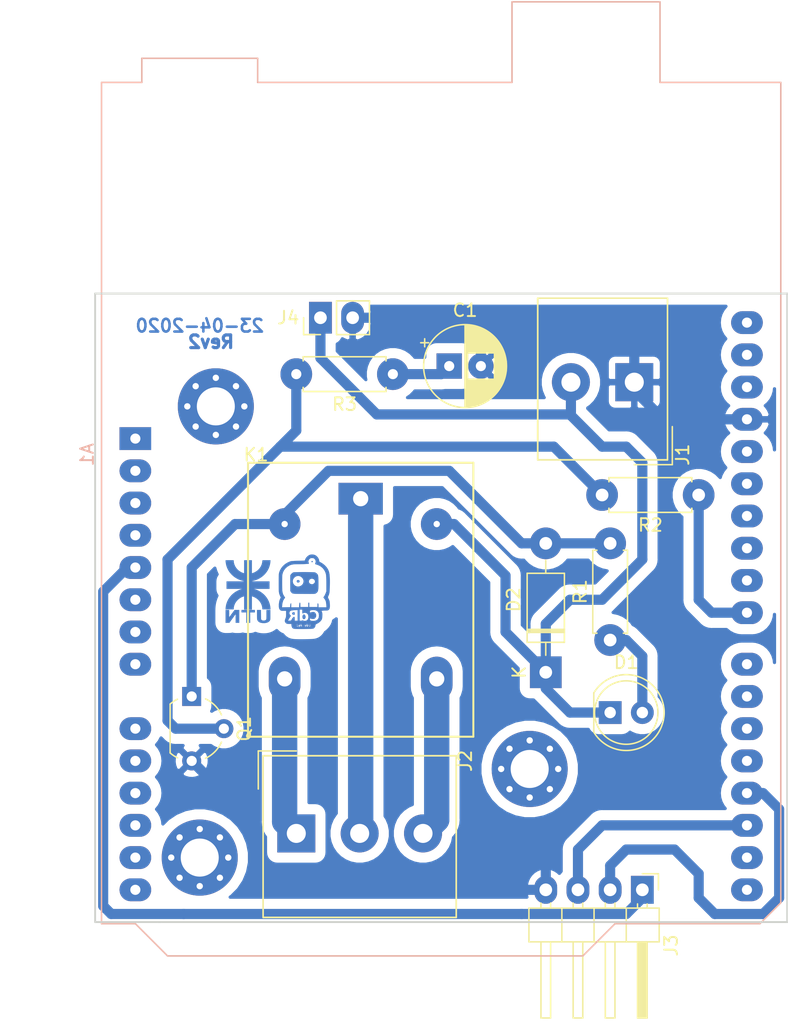
<source format=kicad_pcb>
(kicad_pcb (version 20171130) (host pcbnew "(5.1.5)-3")

  (general
    (thickness 1.6)
    (drawings 9)
    (tracks 97)
    (zones 0)
    (modules 18)
    (nets 41)
  )

  (page User 129.997 150.012)
  (layers
    (0 F.Cu signal)
    (31 B.Cu signal)
    (32 B.Adhes user)
    (33 F.Adhes user)
    (34 B.Paste user)
    (35 F.Paste user)
    (36 B.SilkS user)
    (37 F.SilkS user)
    (38 B.Mask user)
    (39 F.Mask user)
    (40 Dwgs.User user)
    (41 Cmts.User user)
    (42 Eco1.User user)
    (43 Eco2.User user)
    (44 Edge.Cuts user)
    (45 Margin user)
    (46 B.CrtYd user)
    (47 F.CrtYd user)
    (48 B.Fab user)
    (49 F.Fab user hide)
  )

  (setup
    (last_trace_width 0.5)
    (user_trace_width 0.4)
    (user_trace_width 0.8)
    (user_trace_width 1.5)
    (user_trace_width 2)
    (trace_clearance 0.4)
    (zone_clearance 0.8)
    (zone_45_only yes)
    (trace_min 0.2)
    (via_size 0.8)
    (via_drill 0.4)
    (via_min_size 0.4)
    (via_min_drill 0.3)
    (uvia_size 0.3)
    (uvia_drill 0.1)
    (uvias_allowed no)
    (uvia_min_size 0.2)
    (uvia_min_drill 0.1)
    (edge_width 0.05)
    (segment_width 0.2)
    (pcb_text_width 0.3)
    (pcb_text_size 1.5 1.5)
    (mod_edge_width 0.12)
    (mod_text_size 1 1)
    (mod_text_width 0.15)
    (pad_size 2 2)
    (pad_drill 0.8)
    (pad_to_mask_clearance 0.051)
    (solder_mask_min_width 0.25)
    (aux_axis_origin 0 0)
    (visible_elements 7FFFFFFF)
    (pcbplotparams
      (layerselection 0x010fc_ffffffff)
      (usegerberextensions false)
      (usegerberattributes false)
      (usegerberadvancedattributes false)
      (creategerberjobfile false)
      (excludeedgelayer true)
      (linewidth 0.100000)
      (plotframeref false)
      (viasonmask false)
      (mode 1)
      (useauxorigin false)
      (hpglpennumber 1)
      (hpglpenspeed 20)
      (hpglpendiameter 15.000000)
      (psnegative false)
      (psa4output false)
      (plotreference true)
      (plotvalue true)
      (plotinvisibletext false)
      (padsonsilk false)
      (subtractmaskfromsilk false)
      (outputformat 1)
      (mirror false)
      (drillshape 1)
      (scaleselection 1)
      (outputdirectory ""))
  )

  (net 0 "")
  (net 1 "Net-(A1-Pad32)")
  (net 2 "Net-(A1-Pad31)")
  (net 3 "Net-(A1-Pad1)")
  (net 4 "Net-(A1-Pad2)")
  (net 5 "Net-(A1-Pad3)")
  (net 6 "Net-(A1-Pad19)")
  (net 7 "Net-(A1-Pad4)")
  (net 8 "Net-(A1-Pad20)")
  (net 9 "Net-(A1-Pad21)")
  (net 10 "Net-(A1-Pad6)")
  (net 11 "Net-(A1-Pad22)")
  (net 12 "Net-(A1-Pad7)")
  (net 13 "Net-(A1-Pad23)")
  (net 14 "Net-(A1-Pad8)")
  (net 15 "Net-(A1-Pad24)")
  (net 16 "Net-(A1-Pad9)")
  (net 17 "Net-(A1-Pad25)")
  (net 18 "Net-(A1-Pad10)")
  (net 19 "Net-(A1-Pad26)")
  (net 20 "Net-(A1-Pad11)")
  (net 21 "Net-(A1-Pad27)")
  (net 22 "Net-(A1-Pad12)")
  (net 23 "Net-(A1-Pad28)")
  (net 24 "Net-(A1-Pad13)")
  (net 25 "Net-(A1-Pad14)")
  (net 26 "Net-(A1-Pad30)")
  (net 27 "Net-(D1-Pad2)")
  (net 28 "Net-(D2-Pad2)")
  (net 29 "Net-(J2-Pad1)")
  (net 30 "Net-(J2-Pad2)")
  (net 31 "Net-(J2-Pad3)")
  (net 32 GND)
  (net 33 +12V)
  (net 34 /SCK)
  (net 35 /DT)
  (net 36 /+5V)
  (net 37 "Net-(A1-Pad15)")
  (net 38 "Net-(A1-Pad16)")
  (net 39 "Net-(Q1-Pad2)")
  (net 40 "Net-(C1-Pad1)")

  (net_class Default "Esta es la clase de red por defecto."
    (clearance 0.4)
    (trace_width 0.5)
    (via_dia 0.8)
    (via_drill 0.4)
    (uvia_dia 0.3)
    (uvia_drill 0.1)
    (add_net +12V)
    (add_net /+5V)
    (add_net /DT)
    (add_net /SCK)
    (add_net GND)
    (add_net "Net-(A1-Pad1)")
    (add_net "Net-(A1-Pad10)")
    (add_net "Net-(A1-Pad11)")
    (add_net "Net-(A1-Pad12)")
    (add_net "Net-(A1-Pad13)")
    (add_net "Net-(A1-Pad14)")
    (add_net "Net-(A1-Pad15)")
    (add_net "Net-(A1-Pad16)")
    (add_net "Net-(A1-Pad19)")
    (add_net "Net-(A1-Pad2)")
    (add_net "Net-(A1-Pad20)")
    (add_net "Net-(A1-Pad21)")
    (add_net "Net-(A1-Pad22)")
    (add_net "Net-(A1-Pad23)")
    (add_net "Net-(A1-Pad24)")
    (add_net "Net-(A1-Pad25)")
    (add_net "Net-(A1-Pad26)")
    (add_net "Net-(A1-Pad27)")
    (add_net "Net-(A1-Pad28)")
    (add_net "Net-(A1-Pad3)")
    (add_net "Net-(A1-Pad30)")
    (add_net "Net-(A1-Pad31)")
    (add_net "Net-(A1-Pad32)")
    (add_net "Net-(A1-Pad4)")
    (add_net "Net-(A1-Pad6)")
    (add_net "Net-(A1-Pad7)")
    (add_net "Net-(A1-Pad8)")
    (add_net "Net-(A1-Pad9)")
    (add_net "Net-(C1-Pad1)")
    (add_net "Net-(D1-Pad2)")
    (add_net "Net-(D2-Pad2)")
    (add_net "Net-(J2-Pad1)")
    (add_net "Net-(J2-Pad2)")
    (add_net "Net-(J2-Pad3)")
    (add_net "Net-(Q1-Pad2)")
  )

  (net_class grande ""
    (clearance 1.5)
    (trace_width 1)
    (via_dia 0.8)
    (via_drill 0.4)
    (uvia_dia 0.3)
    (uvia_drill 0.1)
  )

  (net_class med ""
    (clearance 0.8)
    (trace_width 0.8)
    (via_dia 0.8)
    (via_drill 0.4)
    (uvia_dia 0.3)
    (uvia_drill 0.1)
  )

  (module MountingHole:MountingHole_3mm_Pad_Via (layer F.Cu) (tedit 5E8A09EA) (tstamp 5E8BA9AC)
    (at 63.5 80.01)
    (descr "Mounting Hole 3mm")
    (tags "mounting hole 3mm")
    (attr virtual)
    (fp_text reference "" (at 0 -4) (layer F.SilkS) hide
      (effects (font (size 1 1) (thickness 0.15)))
    )
    (fp_text value MountingHole_3mm_Pad_Via (at 0 4) (layer F.Fab)
      (effects (font (size 1 1) (thickness 0.15)))
    )
    (fp_circle (center 0 0) (end 3.25 0) (layer F.CrtYd) (width 0.05))
    (fp_circle (center 0 0) (end 3 0) (layer Cmts.User) (width 0.15))
    (fp_text user %R (at 0.3 0) (layer F.Fab)
      (effects (font (size 1 1) (thickness 0.15)))
    )
    (pad 1 thru_hole circle (at 1.59099 -1.59099) (size 0.8 0.8) (drill 0.5) (layers *.Cu *.Mask))
    (pad 1 thru_hole circle (at 0 -2.25) (size 0.8 0.8) (drill 0.5) (layers *.Cu))
    (pad 1 thru_hole circle (at -1.59099 -1.59099) (size 0.8 0.8) (drill 0.5) (layers *.Cu *.Mask))
    (pad 1 thru_hole circle (at -2.25 0) (size 0.8 0.8) (drill 0.5) (layers *.Cu *.Mask))
    (pad 1 thru_hole circle (at -1.59099 1.59099) (size 0.8 0.8) (drill 0.5) (layers *.Cu *.Mask))
    (pad 1 thru_hole circle (at 0 2.25) (size 0.8 0.8) (drill 0.5) (layers *.Cu *.Mask))
    (pad 1 thru_hole circle (at 1.59099 1.59099) (size 0.8 0.8) (drill 0.5) (layers *.Cu *.Mask))
    (pad 1 thru_hole circle (at 2.25 0) (size 0.8 0.8) (drill 0.5) (layers *.Cu *.Mask))
    (pad 1 thru_hole circle (at 0 0) (size 6 6) (drill 3) (layers *.Cu *.Mask))
  )

  (module MountingHole:MountingHole_3mm_Pad_Via (layer F.Cu) (tedit 5E8A09EA) (tstamp 5E8B58E6)
    (at 38.735 51.435)
    (descr "Mounting Hole 3mm")
    (tags "mounting hole 3mm")
    (attr virtual)
    (fp_text reference "" (at 0 -4) (layer F.SilkS)
      (effects (font (size 1 1) (thickness 0.15)))
    )
    (fp_text value MountingHole_3mm_Pad_Via (at 0 4) (layer F.Fab)
      (effects (font (size 1 1) (thickness 0.15)))
    )
    (fp_text user %R (at 0.3 0) (layer F.Fab)
      (effects (font (size 1 1) (thickness 0.15)))
    )
    (fp_circle (center 0 0) (end 3 0) (layer Cmts.User) (width 0.15))
    (fp_circle (center 0 0) (end 3.25 0) (layer F.CrtYd) (width 0.05))
    (pad 1 thru_hole circle (at 0 0) (size 6 6) (drill 3) (layers *.Cu *.Mask))
    (pad 1 thru_hole circle (at 2.25 0) (size 0.8 0.8) (drill 0.5) (layers *.Cu *.Mask))
    (pad 1 thru_hole circle (at 1.59099 1.59099) (size 0.8 0.8) (drill 0.5) (layers *.Cu *.Mask))
    (pad 1 thru_hole circle (at 0 2.25) (size 0.8 0.8) (drill 0.5) (layers *.Cu *.Mask))
    (pad 1 thru_hole circle (at -1.59099 1.59099) (size 0.8 0.8) (drill 0.5) (layers *.Cu *.Mask))
    (pad 1 thru_hole circle (at -2.25 0) (size 0.8 0.8) (drill 0.5) (layers *.Cu *.Mask))
    (pad 1 thru_hole circle (at -1.59099 -1.59099) (size 0.8 0.8) (drill 0.5) (layers *.Cu *.Mask))
    (pad 1 thru_hole circle (at 0 -2.25) (size 0.8 0.8) (drill 0.5) (layers *.Cu))
    (pad 1 thru_hole circle (at 1.59099 -1.59099) (size 0.8 0.8) (drill 0.5) (layers *.Cu *.Mask))
  )

  (module MountingHole:MountingHole_3mm_Pad_Via (layer F.Cu) (tedit 5E8A09EA) (tstamp 5E8B53AD)
    (at 37.465 86.995)
    (descr "Mounting Hole 3mm")
    (tags "mounting hole 3mm")
    (attr virtual)
    (fp_text reference "" (at 0 -4) (layer F.SilkS) hide
      (effects (font (size 1 1) (thickness 0.15)))
    )
    (fp_text value MountingHole_3mm_Pad_Via (at 0 4) (layer F.Fab)
      (effects (font (size 1 1) (thickness 0.15)))
    )
    (fp_text user %R (at 0.3 0) (layer F.Fab)
      (effects (font (size 1 1) (thickness 0.15)))
    )
    (fp_circle (center 0 0) (end 3 0) (layer Cmts.User) (width 0.15))
    (fp_circle (center 0 0) (end 3.25 0) (layer F.CrtYd) (width 0.05))
    (pad 1 thru_hole circle (at 0 0) (size 6 6) (drill 3) (layers *.Cu *.Mask))
    (pad 1 thru_hole circle (at 2.25 0) (size 0.8 0.8) (drill 0.5) (layers *.Cu *.Mask))
    (pad 1 thru_hole circle (at 1.59099 1.59099) (size 0.8 0.8) (drill 0.5) (layers *.Cu *.Mask))
    (pad 1 thru_hole circle (at 0 2.25) (size 0.8 0.8) (drill 0.5) (layers *.Cu *.Mask))
    (pad 1 thru_hole circle (at -1.59099 1.59099) (size 0.8 0.8) (drill 0.5) (layers *.Cu *.Mask))
    (pad 1 thru_hole circle (at -2.25 0) (size 0.8 0.8) (drill 0.5) (layers *.Cu *.Mask))
    (pad 1 thru_hole circle (at -1.59099 -1.59099) (size 0.8 0.8) (drill 0.5) (layers *.Cu *.Mask))
    (pad 1 thru_hole circle (at 0 -2.25) (size 0.8 0.8) (drill 0.5) (layers *.Cu))
    (pad 1 thru_hole circle (at 1.59099 -1.59099) (size 0.8 0.8) (drill 0.5) (layers *.Cu *.Mask))
  )

  (module LED_THT:LED_D5.0mm (layer F.Cu) (tedit 5995936A) (tstamp 5E8A38FF)
    (at 69.85 75.565)
    (descr "LED, diameter 5.0mm, 2 pins, http://cdn-reichelt.de/documents/datenblatt/A500/LL-504BC2E-009.pdf")
    (tags "LED diameter 5.0mm 2 pins")
    (path /5E8E1758)
    (fp_text reference D1 (at 1.27 -3.96) (layer F.SilkS)
      (effects (font (size 1 1) (thickness 0.15)))
    )
    (fp_text value LED (at 1.27 3.96) (layer F.Fab)
      (effects (font (size 1 1) (thickness 0.15)))
    )
    (fp_arc (start 1.27 0) (end -1.23 -1.469694) (angle 299.1) (layer F.Fab) (width 0.1))
    (fp_arc (start 1.27 0) (end -1.29 -1.54483) (angle 148.9) (layer F.SilkS) (width 0.12))
    (fp_arc (start 1.27 0) (end -1.29 1.54483) (angle -148.9) (layer F.SilkS) (width 0.12))
    (fp_circle (center 1.27 0) (end 3.77 0) (layer F.Fab) (width 0.1))
    (fp_circle (center 1.27 0) (end 3.77 0) (layer F.SilkS) (width 0.12))
    (fp_line (start -1.23 -1.469694) (end -1.23 1.469694) (layer F.Fab) (width 0.1))
    (fp_line (start -1.29 -1.545) (end -1.29 1.545) (layer F.SilkS) (width 0.12))
    (fp_line (start -1.95 -3.25) (end -1.95 3.25) (layer F.CrtYd) (width 0.05))
    (fp_line (start -1.95 3.25) (end 4.5 3.25) (layer F.CrtYd) (width 0.05))
    (fp_line (start 4.5 3.25) (end 4.5 -3.25) (layer F.CrtYd) (width 0.05))
    (fp_line (start 4.5 -3.25) (end -1.95 -3.25) (layer F.CrtYd) (width 0.05))
    (fp_text user %R (at 1.25 0) (layer F.Fab)
      (effects (font (size 0.8 0.8) (thickness 0.2)))
    )
    (pad 1 thru_hole rect (at 0 0) (size 1.8 1.8) (drill 0.9) (layers *.Cu *.Mask)
      (net 33 +12V))
    (pad 2 thru_hole circle (at 2.54 0) (size 1.8 1.8) (drill 0.9) (layers *.Cu *.Mask)
      (net 27 "Net-(D1-Pad2)"))
    (model ${KISYS3DMOD}/LED_THT.3dshapes/LED_D5.0mm.wrl
      (at (xyz 0 0 0))
      (scale (xyz 1 1 1))
      (rotate (xyz 0 0 0))
    )
  )

  (module Diode_THT:D_DO-41_SOD81_P10.16mm_Horizontal (layer F.Cu) (tedit 5E90ED9E) (tstamp 5E8A391E)
    (at 64.77 72.39 90)
    (descr "Diode, DO-41_SOD81 series, Axial, Horizontal, pin pitch=10.16mm, , length*diameter=5.2*2.7mm^2, , http://www.diodes.com/_files/packages/DO-41%20(Plastic).pdf")
    (tags "Diode DO-41_SOD81 series Axial Horizontal pin pitch 10.16mm  length 5.2mm diameter 2.7mm")
    (path /5E8AB676)
    (fp_text reference D2 (at 5.715 -2.54 -90) (layer F.SilkS)
      (effects (font (size 1 1) (thickness 0.15)))
    )
    (fp_text value 1N4007 (at 5.08 2.47 -90) (layer F.Fab)
      (effects (font (size 1 1) (thickness 0.15)))
    )
    (fp_line (start 2.48 -1.35) (end 2.48 1.35) (layer F.Fab) (width 0.1))
    (fp_line (start 2.48 1.35) (end 7.68 1.35) (layer F.Fab) (width 0.1))
    (fp_line (start 7.68 1.35) (end 7.68 -1.35) (layer F.Fab) (width 0.1))
    (fp_line (start 7.68 -1.35) (end 2.48 -1.35) (layer F.Fab) (width 0.1))
    (fp_line (start 0 0) (end 2.48 0) (layer F.Fab) (width 0.1))
    (fp_line (start 10.16 0) (end 7.68 0) (layer F.Fab) (width 0.1))
    (fp_line (start 3.26 -1.35) (end 3.26 1.35) (layer F.Fab) (width 0.1))
    (fp_line (start 3.36 -1.35) (end 3.36 1.35) (layer F.Fab) (width 0.1))
    (fp_line (start 3.16 -1.35) (end 3.16 1.35) (layer F.Fab) (width 0.1))
    (fp_line (start 2.36 -1.47) (end 2.36 1.47) (layer F.SilkS) (width 0.12))
    (fp_line (start 2.36 1.47) (end 7.8 1.47) (layer F.SilkS) (width 0.12))
    (fp_line (start 7.8 1.47) (end 7.8 -1.47) (layer F.SilkS) (width 0.12))
    (fp_line (start 7.8 -1.47) (end 2.36 -1.47) (layer F.SilkS) (width 0.12))
    (fp_line (start 1.34 0) (end 2.36 0) (layer F.SilkS) (width 0.12))
    (fp_line (start 8.82 0) (end 7.8 0) (layer F.SilkS) (width 0.12))
    (fp_line (start 3.26 -1.47) (end 3.26 1.47) (layer F.SilkS) (width 0.12))
    (fp_line (start 3.38 -1.47) (end 3.38 1.47) (layer F.SilkS) (width 0.12))
    (fp_line (start 3.14 -1.47) (end 3.14 1.47) (layer F.SilkS) (width 0.12))
    (fp_line (start -1.35 -1.6) (end -1.35 1.6) (layer F.CrtYd) (width 0.05))
    (fp_line (start -1.35 1.6) (end 11.51 1.6) (layer F.CrtYd) (width 0.05))
    (fp_line (start 11.51 1.6) (end 11.51 -1.6) (layer F.CrtYd) (width 0.05))
    (fp_line (start 11.51 -1.6) (end -1.35 -1.6) (layer F.CrtYd) (width 0.05))
    (fp_text user %R (at 5.47 0 -90) (layer F.Fab)
      (effects (font (size 1 1) (thickness 0.15)))
    )
    (fp_text user K (at 0 -2.1 -90) (layer F.Fab)
      (effects (font (size 1 1) (thickness 0.15)))
    )
    (fp_text user K (at 0 -2.1 -90) (layer F.SilkS)
      (effects (font (size 1 1) (thickness 0.15)))
    )
    (pad 1 thru_hole rect (at 0 0 90) (size 2.5 2.5) (drill 1) (layers *.Cu *.Mask)
      (net 33 +12V))
    (pad 2 thru_hole oval (at 10.16 0 90) (size 2.5 2.5) (drill 1) (layers *.Cu *.Mask)
      (net 28 "Net-(D2-Pad2)"))
    (model ${KISYS3DMOD}/Diode_THT.3dshapes/D_DO-41_SOD81_P10.16mm_Horizontal.wrl
      (at (xyz 0 0 0))
      (scale (xyz 1 1 1))
      (rotate (xyz 0 0 0))
    )
  )

  (module TerminalBlock_Altech:Altech_AK300_1x02_P5.00mm_45-Degree (layer F.Cu) (tedit 5E8A4D10) (tstamp 5E8A3938)
    (at 71.755 49.53 180)
    (descr "Altech AK300 serie terminal block (Script generated with StandardBox.py) (http://www.altechcorp.com/PDFS/PCBMETRC.PDF)")
    (tags "Altech AK300 serie connector")
    (path /5E898B2F)
    (fp_text reference J1 (at -3.81 -5.715 270) (layer F.SilkS)
      (effects (font (size 1 1) (thickness 0.15)))
    )
    (fp_text value "Conexion bateria" (at 2.5 7.5 180) (layer F.Fab)
      (effects (font (size 1 1) (thickness 0.15)))
    )
    (fp_line (start -2 -6) (end 7.5 -6) (layer F.Fab) (width 0.1))
    (fp_line (start 7.5 -6) (end 7.5 6.5) (layer F.Fab) (width 0.1))
    (fp_line (start 7.5 6.5) (end -2.5 6.5) (layer F.Fab) (width 0.1))
    (fp_line (start -2.5 6.5) (end -2.5 -5.5) (layer F.Fab) (width 0.1))
    (fp_line (start -2.5 -5.5) (end -2 -6) (layer F.Fab) (width 0.1))
    (fp_line (start -3 -3.5) (end -3 -6.5) (layer F.SilkS) (width 0.12))
    (fp_line (start -3 -6.5) (end 0 -6.5) (layer F.SilkS) (width 0.12))
    (fp_line (start -2.62 -6.12) (end 7.62 -6.12) (layer F.SilkS) (width 0.12))
    (fp_line (start 7.62 -6.12) (end 7.62 6.62) (layer F.SilkS) (width 0.12))
    (fp_line (start -2.62 6.62) (end 7.62 6.62) (layer F.SilkS) (width 0.12))
    (fp_line (start -2.62 -6.12) (end -2.62 6.62) (layer F.SilkS) (width 0.12))
    (fp_line (start -2.62 -6.12) (end 7.62 -6.12) (layer F.SilkS) (width 0.12))
    (fp_line (start 7.62 -6.12) (end 7.62 6.62) (layer F.SilkS) (width 0.12))
    (fp_line (start -2.62 6.62) (end 7.62 6.62) (layer F.SilkS) (width 0.12))
    (fp_line (start -2.62 -6.12) (end -2.62 6.62) (layer F.SilkS) (width 0.12))
    (fp_line (start -2.75 -6.25) (end 7.75 -6.25) (layer F.CrtYd) (width 0.05))
    (fp_line (start 7.75 -6.25) (end 7.75 6.75) (layer F.CrtYd) (width 0.05))
    (fp_line (start -2.75 6.75) (end 7.75 6.75) (layer F.CrtYd) (width 0.05))
    (fp_line (start -2.75 -6.25) (end -2.75 6.75) (layer F.CrtYd) (width 0.05))
    (fp_text user %R (at 2.5 0.25 180) (layer F.Fab)
      (effects (font (size 1 1) (thickness 0.15)))
    )
    (pad 1 thru_hole rect (at 0 0 180) (size 3 3) (drill 1.5) (layers *.Cu *.Mask)
      (net 32 GND))
    (pad 2 thru_hole circle (at 5 0 180) (size 3 3) (drill 1.5) (layers *.Cu *.Mask)
      (net 33 +12V))
    (model ${KISYS3DMOD}/TerminalBlock_Altech.3dshapes/Altech_AK300_1x02_P5.00mm_45-Degree.wrl
      (at (xyz 0 0 0))
      (scale (xyz 1 1 1))
      (rotate (xyz 0 0 0))
    )
  )

  (module TerminalBlock_Altech:Altech_AK300_1x03_P5.00mm_45-Degree (layer F.Cu) (tedit 5E8A4D08) (tstamp 5E8A3953)
    (at 45.085 85.09)
    (descr "Altech AK300 serie terminal block (Script generated with StandardBox.py) (http://www.altechcorp.com/PDFS/PCBMETRC.PDF)")
    (tags "Altech AK300 serie connector")
    (path /5E8BDE72)
    (fp_text reference J2 (at 13.335 -5.715 90) (layer F.SilkS)
      (effects (font (size 1 1) (thickness 0.15)))
    )
    (fp_text value Screw_Terminal_01x03 (at 5 7.5) (layer F.Fab)
      (effects (font (size 1 1) (thickness 0.15)))
    )
    (fp_line (start -2 -6) (end 12.5 -6) (layer F.Fab) (width 0.1))
    (fp_line (start 12.5 -6) (end 12.5 6.5) (layer F.Fab) (width 0.1))
    (fp_line (start 12.5 6.5) (end -2.5 6.5) (layer F.Fab) (width 0.1))
    (fp_line (start -2.5 6.5) (end -2.5 -5.5) (layer F.Fab) (width 0.1))
    (fp_line (start -2.5 -5.5) (end -2 -6) (layer F.Fab) (width 0.1))
    (fp_line (start -3 -3.5) (end -3 -6.5) (layer F.SilkS) (width 0.12))
    (fp_line (start -3 -6.5) (end 0 -6.5) (layer F.SilkS) (width 0.12))
    (fp_line (start -2.62 -6.12) (end 12.62 -6.12) (layer F.SilkS) (width 0.12))
    (fp_line (start 12.62 -6.12) (end 12.62 6.62) (layer F.SilkS) (width 0.12))
    (fp_line (start -2.62 6.62) (end 12.62 6.62) (layer F.SilkS) (width 0.12))
    (fp_line (start -2.62 -6.12) (end -2.62 6.62) (layer F.SilkS) (width 0.12))
    (fp_line (start -2.62 -6.12) (end 12.62 -6.12) (layer F.SilkS) (width 0.12))
    (fp_line (start 12.62 -6.12) (end 12.62 6.62) (layer F.SilkS) (width 0.12))
    (fp_line (start -2.62 6.62) (end 12.62 6.62) (layer F.SilkS) (width 0.12))
    (fp_line (start -2.62 -6.12) (end -2.62 6.62) (layer F.SilkS) (width 0.12))
    (fp_line (start -2.75 -6.25) (end 12.75 -6.25) (layer F.CrtYd) (width 0.05))
    (fp_line (start 12.75 -6.25) (end 12.75 6.75) (layer F.CrtYd) (width 0.05))
    (fp_line (start -2.75 6.75) (end 12.75 6.75) (layer F.CrtYd) (width 0.05))
    (fp_line (start -2.75 -6.25) (end -2.75 6.75) (layer F.CrtYd) (width 0.05))
    (fp_text user %R (at 5 0.25) (layer F.Fab)
      (effects (font (size 1 1) (thickness 0.15)))
    )
    (pad 1 thru_hole rect (at 0 0) (size 3 3) (drill 1.5) (layers *.Cu *.Mask)
      (net 29 "Net-(J2-Pad1)"))
    (pad 2 thru_hole circle (at 5 0) (size 3 3) (drill 1.5) (layers *.Cu *.Mask)
      (net 30 "Net-(J2-Pad2)"))
    (pad 3 thru_hole circle (at 10 0) (size 3 3) (drill 1.5) (layers *.Cu *.Mask)
      (net 31 "Net-(J2-Pad3)"))
    (model ${KISYS3DMOD}/TerminalBlock_Altech.3dshapes/Altech_AK300_1x03_P5.00mm_45-Degree.wrl
      (at (xyz 0 0 0))
      (scale (xyz 1 1 1))
      (rotate (xyz 0 0 0))
    )
  )

  (module Package_TO_SOT_THT:TO-92L_Wide (layer F.Cu) (tedit 5A152D5B) (tstamp 5E8A398E)
    (at 36.83 74.295 270)
    (descr "TO-92L leads in-line (large body variant of TO-92), also known as TO-226, wide, drill 0.75mm (see https://www.diodes.com/assets/Package-Files/TO92L.pdf and http://www.ti.com/lit/an/snoa059/snoa059.pdf)")
    (tags "TO-92L Molded Wide transistor")
    (path /5E8AEEB1)
    (fp_text reference Q1 (at 2.55 -4.15 270) (layer F.SilkS)
      (effects (font (size 1 1) (thickness 0.15)))
    )
    (fp_text value BC337 (at 2.54 2.79 270) (layer F.Fab)
      (effects (font (size 1 1) (thickness 0.15)))
    )
    (fp_line (start -1 -3.55) (end -1 1.85) (layer B.CrtYd) (width 0.05))
    (fp_line (start 6.1 -3.55) (end -1 -3.55) (layer B.CrtYd) (width 0.05))
    (fp_line (start 6.1 1.85) (end 6.1 -3.55) (layer B.CrtYd) (width 0.05))
    (fp_line (start -1 1.85) (end 6.1 1.85) (layer B.CrtYd) (width 0.05))
    (fp_text user %R (at 2.55 0.05 270) (layer F.Fab)
      (effects (font (size 1 1) (thickness 0.15)))
    )
    (fp_line (start 0.6 1.7) (end 4.45 1.7) (layer F.SilkS) (width 0.12))
    (fp_line (start 0.65 1.6) (end 4.4 1.6) (layer F.Fab) (width 0.1))
    (fp_arc (start 2.54 0) (end 0.6 1.7) (angle 15.44288892) (layer F.SilkS) (width 0.12))
    (fp_arc (start 2.54 0) (end 1.45 -2.35) (angle -40.11670855) (layer F.SilkS) (width 0.12))
    (fp_arc (start 2.54 0) (end 3.6 -2.35) (angle 40.72153779) (layer F.SilkS) (width 0.12))
    (fp_arc (start 2.54 0) (end 2.54 -2.48) (angle 129.9527847) (layer F.Fab) (width 0.1))
    (fp_arc (start 2.54 0) (end 2.54 -2.48) (angle -130.2499344) (layer F.Fab) (width 0.1))
    (fp_arc (start 2.54 0) (end 4.45 1.7) (angle -15.88591585) (layer F.SilkS) (width 0.12))
    (pad 2 thru_hole circle (at 2.54 -2.54) (size 1.5 1.5) (drill 0.8) (layers *.Cu *.Mask)
      (net 39 "Net-(Q1-Pad2)"))
    (pad 3 thru_hole circle (at 5.08 0) (size 1.5 1.5) (drill 0.8) (layers *.Cu *.Mask)
      (net 32 GND))
    (pad 1 thru_hole rect (at 0 0) (size 1.5 1.5) (drill 0.8) (layers *.Cu *.Mask)
      (net 28 "Net-(D2-Pad2)"))
    (model ${KISYS3DMOD}/Package_TO_SOT_THT.3dshapes/TO-92L_Wide.wrl
      (at (xyz 0 0 0))
      (scale (xyz 1 1 1))
      (rotate (xyz 0 0 0))
    )
  )

  (module Resistor_THT:R_Axial_DIN0207_L6.3mm_D2.5mm_P7.62mm_Horizontal (layer F.Cu) (tedit 5E90ED96) (tstamp 5E8A39A5)
    (at 69.85 69.85 90)
    (descr "Resistor, Axial_DIN0207 series, Axial, Horizontal, pin pitch=7.62mm, 0.25W = 1/4W, length*diameter=6.3*2.5mm^2, http://cdn-reichelt.de/documents/datenblatt/B400/1_4W%23YAG.pdf")
    (tags "Resistor Axial_DIN0207 series Axial Horizontal pin pitch 7.62mm 0.25W = 1/4W length 6.3mm diameter 2.5mm")
    (path /5E8E8A55)
    (fp_text reference R1 (at 3.81 -2.37 90) (layer F.SilkS)
      (effects (font (size 1 1) (thickness 0.15)))
    )
    (fp_text value 560 (at 3.81 2.37 90) (layer F.Fab)
      (effects (font (size 1 1) (thickness 0.15)))
    )
    (fp_line (start 0.66 -1.25) (end 0.66 1.25) (layer F.Fab) (width 0.1))
    (fp_line (start 0.66 1.25) (end 6.96 1.25) (layer F.Fab) (width 0.1))
    (fp_line (start 6.96 1.25) (end 6.96 -1.25) (layer F.Fab) (width 0.1))
    (fp_line (start 6.96 -1.25) (end 0.66 -1.25) (layer F.Fab) (width 0.1))
    (fp_line (start 0 0) (end 0.66 0) (layer F.Fab) (width 0.1))
    (fp_line (start 7.62 0) (end 6.96 0) (layer F.Fab) (width 0.1))
    (fp_line (start 0.54 -1.04) (end 0.54 -1.37) (layer F.SilkS) (width 0.12))
    (fp_line (start 0.54 -1.37) (end 7.08 -1.37) (layer F.SilkS) (width 0.12))
    (fp_line (start 7.08 -1.37) (end 7.08 -1.04) (layer F.SilkS) (width 0.12))
    (fp_line (start 0.54 1.04) (end 0.54 1.37) (layer F.SilkS) (width 0.12))
    (fp_line (start 0.54 1.37) (end 7.08 1.37) (layer F.SilkS) (width 0.12))
    (fp_line (start 7.08 1.37) (end 7.08 1.04) (layer F.SilkS) (width 0.12))
    (fp_line (start -1.05 -1.5) (end -1.05 1.5) (layer F.CrtYd) (width 0.05))
    (fp_line (start -1.05 1.5) (end 8.67 1.5) (layer F.CrtYd) (width 0.05))
    (fp_line (start 8.67 1.5) (end 8.67 -1.5) (layer F.CrtYd) (width 0.05))
    (fp_line (start 8.67 -1.5) (end -1.05 -1.5) (layer F.CrtYd) (width 0.05))
    (fp_text user %R (at 3.81 0 90) (layer F.Fab)
      (effects (font (size 1 1) (thickness 0.15)))
    )
    (pad 1 thru_hole circle (at 0 0 90) (size 2.5 2.5) (drill 1) (layers *.Cu *.Mask)
      (net 27 "Net-(D1-Pad2)"))
    (pad 2 thru_hole oval (at 7.62 0 90) (size 2.5 2.5) (drill 1) (layers *.Cu *.Mask)
      (net 28 "Net-(D2-Pad2)"))
    (model ${KISYS3DMOD}/Resistor_THT.3dshapes/R_Axial_DIN0207_L6.3mm_D2.5mm_P7.62mm_Horizontal.wrl
      (at (xyz 0 0 0))
      (scale (xyz 1 1 1))
      (rotate (xyz 0 0 0))
    )
  )

  (module Connector_PinHeader_2.54mm:PinHeader_1x02_P2.54mm_Vertical (layer F.Cu) (tedit 5E90ED64) (tstamp 5E8A2C6F)
    (at 46.99 44.45 90)
    (descr "Through hole straight pin header, 1x02, 2.54mm pitch, single row")
    (tags "Through hole pin header THT 1x02 2.54mm single row")
    (path /5E8DE260)
    (fp_text reference J4 (at 0 -2.54 180) (layer F.SilkS)
      (effects (font (size 1 1) (thickness 0.15)))
    )
    (fp_text value "Alimentacion Arduino" (at 0 4.87 90) (layer F.Fab)
      (effects (font (size 1 1) (thickness 0.15)))
    )
    (fp_line (start -0.635 -1.27) (end 1.27 -1.27) (layer F.Fab) (width 0.1))
    (fp_line (start 1.27 -1.27) (end 1.27 3.81) (layer F.Fab) (width 0.1))
    (fp_line (start 1.27 3.81) (end -1.27 3.81) (layer F.Fab) (width 0.1))
    (fp_line (start -1.27 3.81) (end -1.27 -0.635) (layer F.Fab) (width 0.1))
    (fp_line (start -1.27 -0.635) (end -0.635 -1.27) (layer F.Fab) (width 0.1))
    (fp_line (start -1.33 3.87) (end 1.33 3.87) (layer F.SilkS) (width 0.12))
    (fp_line (start -1.33 1.27) (end -1.33 3.87) (layer F.SilkS) (width 0.12))
    (fp_line (start 1.33 1.27) (end 1.33 3.87) (layer F.SilkS) (width 0.12))
    (fp_line (start -1.33 1.27) (end 1.33 1.27) (layer F.SilkS) (width 0.12))
    (fp_line (start -1.33 0) (end -1.33 -1.33) (layer F.SilkS) (width 0.12))
    (fp_line (start -1.33 -1.33) (end 0 -1.33) (layer F.SilkS) (width 0.12))
    (fp_line (start -1.8 -1.8) (end -1.8 4.35) (layer F.CrtYd) (width 0.05))
    (fp_line (start -1.8 4.35) (end 1.8 4.35) (layer F.CrtYd) (width 0.05))
    (fp_line (start 1.8 4.35) (end 1.8 -1.8) (layer F.CrtYd) (width 0.05))
    (fp_line (start 1.8 -1.8) (end -1.8 -1.8) (layer F.CrtYd) (width 0.05))
    (fp_text user %R (at 0 1.27 180) (layer F.Fab)
      (effects (font (size 1 1) (thickness 0.15)))
    )
    (pad 1 thru_hole rect (at 0 0 90) (size 2.5 1.8) (drill 1) (layers *.Cu *.Mask)
      (net 33 +12V))
    (pad 2 thru_hole oval (at 0 2.54 90) (size 2.5 1.8) (drill 1) (layers *.Cu *.Mask)
      (net 32 GND))
  )

  (module kicad:UTN (layer F.Cu) (tedit 5E88C491) (tstamp 5E8B7670)
    (at 41.275 66.04)
    (fp_text reference "" (at 0 3.81) (layer F.SilkS) hide
      (effects (font (size 1.524 1.524) (thickness 0.3)))
    )
    (fp_text value "" (at 0.75 3.81) (layer F.SilkS) hide
      (effects (font (size 1.524 1.524) (thickness 0.3)))
    )
    (fp_poly (pts (xy 1.133685 -2.392855) (xy 1.1152 -2.272298) (xy 1.083216 -2.156058) (xy 1.038323 -2.044967)
      (xy 0.981111 -1.939857) (xy 0.912171 -1.841558) (xy 0.832094 -1.750901) (xy 0.741468 -1.668718)
      (xy 0.640885 -1.595839) (xy 0.530935 -1.533096) (xy 0.51882 -1.527105) (xy 0.487775 -1.512842)
      (xy 0.452118 -1.49783) (xy 0.414937 -1.483213) (xy 0.379323 -1.470135) (xy 0.348365 -1.459737)
      (xy 0.325151 -1.453165) (xy 0.314324 -1.451428) (xy 0.312446 -1.453689) (xy 0.31082 -1.461064)
      (xy 0.309429 -1.474438) (xy 0.308257 -1.494699) (xy 0.307288 -1.522733) (xy 0.306506 -1.559428)
      (xy 0.305893 -1.605669) (xy 0.305434 -1.662344) (xy 0.305112 -1.730339) (xy 0.304911 -1.810541)
      (xy 0.304814 -1.903836) (xy 0.3048 -1.966685) (xy 0.3048 -2.481942) (xy -0.3048 -2.481942)
      (xy -0.3048 -1.966685) (xy -0.304833 -1.866304) (xy -0.304944 -1.779498) (xy -0.305153 -1.705329)
      (xy -0.305477 -1.642857) (xy -0.305936 -1.591145) (xy -0.306548 -1.549253) (xy -0.307333 -1.516242)
      (xy -0.308308 -1.491175) (xy -0.309494 -1.473111) (xy -0.310908 -1.461113) (xy -0.312569 -1.454241)
      (xy -0.314496 -1.451557) (xy -0.315108 -1.451428) (xy -0.329876 -1.454215) (xy -0.354852 -1.461814)
      (xy -0.387004 -1.473085) (xy -0.423302 -1.486886) (xy -0.460717 -1.502078) (xy -0.496218 -1.517519)
      (xy -0.518886 -1.528147) (xy -0.628193 -1.589073) (xy -0.728858 -1.660528) (xy -0.820149 -1.741559)
      (xy -0.901333 -1.831215) (xy -0.971678 -1.928545) (xy -1.030451 -2.032596) (xy -1.07692 -2.142417)
      (xy -1.110352 -2.257057) (xy -1.121047 -2.310536) (xy -1.126134 -2.343055) (xy -1.130009 -2.373326)
      (xy -1.132038 -2.396194) (xy -1.132195 -2.40125) (xy -1.133553 -2.427566) (xy -1.136715 -2.454376)
      (xy -1.136773 -2.454728) (xy -1.141271 -2.481942) (xy -1.456007 -2.481942) (xy -1.533623 -2.481876)
      (xy -1.59788 -2.481652) (xy -1.649934 -2.481235) (xy -1.690938 -2.480589) (xy -1.722049 -2.479677)
      (xy -1.744422 -2.478463) (xy -1.759211 -2.476912) (xy -1.767571 -2.474988) (xy -1.770657 -2.472653)
      (xy -1.770743 -2.472111) (xy -1.770199 -2.461463) (xy -1.768712 -2.43943) (xy -1.766502 -2.409095)
      (xy -1.763786 -2.37354) (xy -1.763407 -2.368696) (xy -1.744403 -2.214929) (xy -1.711927 -2.06656)
      (xy -1.665988 -1.92361) (xy -1.606599 -1.786102) (xy -1.533767 -1.654059) (xy -1.447505 -1.527503)
      (xy -1.347822 -1.406456) (xy -1.29916 -1.354376) (xy -1.194058 -1.254167) (xy -1.083198 -1.164765)
      (xy -0.964421 -1.084658) (xy -0.835571 -1.012334) (xy -0.756158 -0.973718) (xy -0.702462 -0.950871)
      (xy -0.639086 -0.92705) (xy -0.570647 -0.903767) (xy -0.501764 -0.882534) (xy -0.437057 -0.864865)
      (xy -0.391886 -0.854413) (xy -0.353813 -0.846032) (xy -0.328187 -0.839036) (xy -0.313085 -0.832765)
      (xy -0.306583 -0.826561) (xy -0.306083 -0.824976) (xy -0.306418 -0.822938) (xy -0.308823 -0.821139)
      (xy -0.314142 -0.819566) (xy -0.323223 -0.818203) (xy -0.33691 -0.817034) (xy -0.35605 -0.816046)
      (xy -0.381488 -0.815224) (xy -0.414072 -0.814551) (xy -0.454645 -0.814015) (xy -0.504056 -0.813599)
      (xy -0.563149 -0.813288) (xy -0.63277 -0.813069) (xy -0.713766 -0.812925) (xy -0.806982 -0.812842)
      (xy -0.913264 -0.812806) (xy -0.997325 -0.8128) (xy -1.690915 -0.8128) (xy -1.690915 -0.224971)
      (xy -1.064986 -0.224571) (xy -0.439058 -0.22417) (xy -0.508 -0.203949) (xy -0.654101 -0.154356)
      (xy -0.795806 -0.092898) (xy -0.931493 -0.020541) (xy -1.059538 0.061749) (xy -1.178316 0.153002)
      (xy -1.286205 0.252254) (xy -1.303179 0.269678) (xy -1.40321 0.383728) (xy -1.492629 0.505691)
      (xy -1.570476 0.633988) (xy -1.635788 0.767042) (xy -1.685925 0.898148) (xy -1.71511 0.995478)
      (xy -1.737146 1.09037) (xy -1.752926 1.187677) (xy -1.763343 1.292256) (xy -1.766002 1.3335)
      (xy -1.769371 1.393372) (xy -1.140416 1.393372) (xy -1.136039 1.351643) (xy -1.132675 1.319019)
      (xy -1.129171 1.284186) (xy -1.127774 1.27) (xy -1.116907 1.200004) (xy -1.098022 1.123639)
      (xy -1.072623 1.045493) (xy -1.042212 0.970154) (xy -1.008291 0.902208) (xy -1.005896 0.897973)
      (xy -0.93897 0.794921) (xy -0.860196 0.698754) (xy -0.771234 0.611045) (xy -0.673744 0.533369)
      (xy -0.569386 0.467299) (xy -0.529453 0.446155) (xy -0.50332 0.43388) (xy -0.470828 0.419874)
      (xy -0.434965 0.405277) (xy -0.398719 0.391231) (xy -0.365079 0.378876) (xy -0.337031 0.369353)
      (xy -0.317564 0.363805) (xy -0.311355 0.362858) (xy -0.310176 0.369965) (xy -0.309084 0.390689)
      (xy -0.308091 0.424133) (xy -0.307206 0.469398) (xy -0.306443 0.525588) (xy -0.305811 0.591806)
      (xy -0.305322 0.667153) (xy -0.304988 0.750732) (xy -0.304819 0.841647) (xy -0.3048 0.885372)
      (xy -0.3048 1.407886) (xy 0.3048 1.407886) (xy 0.3048 0.885372) (xy 0.304889 0.791405)
      (xy 0.305149 0.704364) (xy 0.305568 0.625145) (xy 0.306136 0.554645) (xy 0.306841 0.493764)
      (xy 0.307672 0.443397) (xy 0.308617 0.404442) (xy 0.309665 0.377796) (xy 0.310806 0.364357)
      (xy 0.311354 0.362858) (xy 0.325723 0.365692) (xy 0.350412 0.373443) (xy 0.382548 0.38498)
      (xy 0.419258 0.399172) (xy 0.457667 0.414889) (xy 0.494903 0.431001) (xy 0.52809 0.446376)
      (xy 0.544285 0.454478) (xy 0.653808 0.519069) (xy 0.753664 0.593685) (xy 0.843302 0.677508)
      (xy 0.92217 0.769721) (xy 0.989716 0.869507) (xy 1.045386 0.976047) (xy 1.088628 1.088524)
      (xy 1.118891 1.206122) (xy 1.135622 1.328022) (xy 1.135767 1.329872) (xy 1.140674 1.393372)
      (xy 1.770742 1.393372) (xy 1.770742 1.361975) (xy 1.770027 1.341451) (xy 1.768097 1.311168)
      (xy 1.765278 1.275796) (xy 1.763028 1.251304) (xy 1.741261 1.101209) (xy 1.705832 0.955059)
      (xy 1.65723 0.813563) (xy 1.59594 0.677425) (xy 1.522452 0.547352) (xy 1.437251 0.424052)
      (xy 1.340824 0.308229) (xy 1.23366 0.200592) (xy 1.116245 0.101845) (xy 0.989066 0.012696)
      (xy 0.855649 -0.064561) (xy 0.739243 -0.120448) (xy 0.620027 -0.168119) (xy 0.524338 -0.199404)
      (xy 0.439057 -0.224288) (xy 1.064985 -0.22463) (xy 1.690914 -0.224971) (xy 1.690914 -0.8128)
      (xy 0.997325 -0.8128) (xy 0.881321 -0.812811) (xy 0.778983 -0.812856) (xy 0.689463 -0.812949)
      (xy 0.611913 -0.813105) (xy 0.545484 -0.813341) (xy 0.489329 -0.813671) (xy 0.442598 -0.814111)
      (xy 0.404444 -0.814676) (xy 0.374019 -0.815381) (xy 0.350474 -0.816241) (xy 0.332962 -0.817273)
      (xy 0.320633 -0.818491) (xy 0.31264 -0.81991) (xy 0.308135 -0.821547) (xy 0.306268 -0.823415)
      (xy 0.306139 -0.825281) (xy 0.315023 -0.835612) (xy 0.337487 -0.842944) (xy 0.341143 -0.843641)
      (xy 0.494021 -0.878412) (xy 0.64291 -0.926563) (xy 0.786823 -0.987453) (xy 0.92477 -1.060437)
      (xy 1.055762 -1.144872) (xy 1.178811 -1.240116) (xy 1.292929 -1.345525) (xy 1.397127 -1.460455)
      (xy 1.490416 -1.584264) (xy 1.499059 -1.597036) (xy 1.576604 -1.725741) (xy 1.64168 -1.861378)
      (xy 1.693931 -2.002881) (xy 1.733 -2.149185) (xy 1.758531 -2.299224) (xy 1.767824 -2.4003)
      (xy 1.772807 -2.481942) (xy 1.142081 -2.481942) (xy 1.133685 -2.392855)) (layer B.Cu) (width 0.01))
    (fp_poly (pts (xy -1.770743 2.453209) (xy -1.620874 2.451248) (xy -1.471005 2.449286) (xy -1.223546 2.106598)
      (xy -0.976086 1.763911) (xy -0.974201 2.108413) (xy -0.972317 2.452915) (xy -0.689429 2.452915)
      (xy -0.689429 1.436915) (xy -1.055915 1.437077) (xy -1.27 1.725321) (xy -1.484086 2.013564)
      (xy -1.485984 1.725239) (xy -1.487881 1.436915) (xy -1.770743 1.436915) (xy -1.770743 2.453209)) (layer B.Cu) (width 0.01))
    (fp_poly (pts (xy -0.508 1.632858) (xy -0.137886 1.632858) (xy -0.137886 2.452915) (xy 0.166914 2.452915)
      (xy 0.166914 1.632858) (xy 0.537028 1.632858) (xy 0.537028 1.436915) (xy -0.508 1.436915)
      (xy -0.508 1.632858)) (layer B.Cu) (width 0.01))
    (fp_poly (pts (xy 1.458685 1.776683) (xy 1.458643 1.862507) (xy 1.458414 1.93511) (xy 1.457844 1.995785)
      (xy 1.456778 2.045825) (xy 1.455062 2.086524) (xy 1.452543 2.119176) (xy 1.449066 2.145072)
      (xy 1.444477 2.165506) (xy 1.438622 2.181772) (xy 1.431346 2.195163) (xy 1.422496 2.206973)
      (xy 1.411918 2.218493) (xy 1.405212 2.22527) (xy 1.37276 2.250544) (xy 1.333386 2.267404)
      (xy 1.284935 2.276538) (xy 1.237342 2.278743) (xy 1.179896 2.275384) (xy 1.133284 2.264849)
      (xy 1.095358 2.246456) (xy 1.069506 2.225302) (xy 1.050696 2.203022) (xy 1.035425 2.178872)
      (xy 1.02986 2.166234) (xy 1.027463 2.155326) (xy 1.025396 2.137504) (xy 1.023627 2.111749)
      (xy 1.022124 2.077041) (xy 1.020855 2.03236) (xy 1.019786 1.976687) (xy 1.018887 1.909002)
      (xy 1.018124 1.828285) (xy 1.017813 1.787072) (xy 1.015349 1.436915) (xy 0.7112 1.436915)
      (xy 0.7112 1.79099) (xy 0.711265 1.874998) (xy 0.711486 1.945783) (xy 0.711898 2.004636)
      (xy 0.712538 2.052846) (xy 0.713441 2.091705) (xy 0.714644 2.122502) (xy 0.716183 2.146528)
      (xy 0.718094 2.165075) (xy 0.720414 2.179432) (xy 0.722312 2.187727) (xy 0.74659 2.254314)
      (xy 0.782425 2.312173) (xy 0.829751 2.361268) (xy 0.888501 2.401562) (xy 0.958608 2.433021)
      (xy 1.040006 2.455607) (xy 1.132628 2.469286) (xy 1.236408 2.47402) (xy 1.251666 2.473968)
      (xy 1.292288 2.472747) (xy 1.335046 2.470064) (xy 1.373371 2.466385) (xy 1.389742 2.464175)
      (xy 1.475423 2.445776) (xy 1.550878 2.419134) (xy 1.615505 2.384593) (xy 1.668703 2.342502)
      (xy 1.709869 2.293207) (xy 1.722184 2.272748) (xy 1.731101 2.255911) (xy 1.738633 2.239952)
      (xy 1.744899 2.223523) (xy 1.750013 2.205274) (xy 1.754093 2.183856) (xy 1.757255 2.157919)
      (xy 1.759616 2.126115) (xy 1.761292 2.087095) (xy 1.7624 2.039509) (xy 1.763056 1.982008)
      (xy 1.763377 1.913244) (xy 1.763479 1.831866) (xy 1.763485 1.794618) (xy 1.763485 1.436915)
      (xy 1.458685 1.436915) (xy 1.458685 1.776683)) (layer B.Cu) (width 0.01))
  )

  (module kicad:CDR (layer F.Cu) (tedit 5E88B95E) (tstamp 5E8B7B35)
    (at 45.72 66.04)
    (fp_text reference "" (at -0.635 4.445) (layer F.SilkS) hide
      (effects (font (size 1.524 1.524) (thickness 0.3)))
    )
    (fp_text value "" (at 0.115 4.445) (layer F.SilkS) hide
      (effects (font (size 1.524 1.524) (thickness 0.3)))
    )
    (fp_poly (pts (xy -0.560945 -0.90314) (xy -0.596044 -0.862823) (xy -0.600583 -0.805132) (xy -0.589709 -0.771769)
      (xy -0.56714 -0.738856) (xy -0.530625 -0.725027) (xy -0.489568 -0.722923) (xy -0.429632 -0.729714)
      (xy -0.396386 -0.752763) (xy -0.391457 -0.760716) (xy -0.373646 -0.824345) (xy -0.390454 -0.875485)
      (xy -0.438039 -0.908561) (xy -0.500045 -0.918308) (xy -0.560945 -0.90314)) (layer B.Cu) (width 0.01))
    (fp_poly (pts (xy 0.57828 -2.4147) (xy 0.566822 -2.382925) (xy 0.566615 -2.373923) (xy 0.576458 -2.334894)
      (xy 0.602436 -2.325077) (xy 0.639587 -2.331456) (xy 0.651282 -2.338103) (xy 0.662472 -2.366835)
      (xy 0.664308 -2.386949) (xy 0.650886 -2.41557) (xy 0.615461 -2.422769) (xy 0.57828 -2.4147)) (layer B.Cu) (width 0.01))
    (fp_poly (pts (xy -0.129352 -1.543494) (xy -0.288629 -1.54271) (xy -0.438848 -1.541142) (xy -0.57467 -1.538786)
      (xy -0.690757 -1.535636) (xy -0.781772 -1.53169) (xy -0.842376 -1.526941) (xy -0.862375 -1.523581)
      (xy -0.919621 -1.495118) (xy -0.983735 -1.444858) (xy -1.043593 -1.383741) (xy -1.088072 -1.322709)
      (xy -1.104122 -1.285809) (xy -1.106764 -1.255458) (xy -1.108812 -1.191252) (xy -1.110222 -1.098407)
      (xy -1.110946 -0.982143) (xy -1.110942 -0.847675) (xy -1.110164 -0.700222) (xy -1.109669 -0.643212)
      (xy -1.103923 -0.045731) (xy -1.048891 0.026382) (xy -1.024528 0.058766) (xy -1.002841 0.085721)
      (xy -0.980186 0.107765) (xy -0.952918 0.125419) (xy -0.917393 0.1392) (xy -0.869967 0.149628)
      (xy -0.806994 0.157222) (xy -0.72483 0.1625) (xy -0.619832 0.165983) (xy -0.488354 0.168189)
      (xy -0.326751 0.169636) (xy -0.13138 0.170845) (xy -0.030197 0.171457) (xy 0.176468 0.17267)
      (xy 0.34773 0.173404) (xy 0.487264 0.173535) (xy 0.598743 0.172939) (xy 0.68584 0.171492)
      (xy 0.752228 0.16907) (xy 0.80158 0.165549) (xy 0.837571 0.160805) (xy 0.863874 0.154714)
      (xy 0.884161 0.147151) (xy 0.89828 0.140093) (xy 0.954962 0.100272) (xy 1.010847 0.047333)
      (xy 1.022486 0.033773) (xy 1.050537 -0.0108) (xy 1.072801 -0.070235) (xy 1.089662 -0.148286)
      (xy 1.101509 -0.248708) (xy 1.108727 -0.375254) (xy 1.111702 -0.53168) (xy 1.110822 -0.721738)
      (xy 1.109567 -0.801852) (xy 0.840154 -0.801852) (xy 0.834782 -0.751261) (xy 0.81342 -0.709677)
      (xy 0.768203 -0.662509) (xy 0.761944 -0.656812) (xy 0.706096 -0.61234) (xy 0.657085 -0.591306)
      (xy 0.600751 -0.586227) (xy 0.521027 -0.597808) (xy 0.453782 -0.625313) (xy 0.391338 -0.683679)
      (xy 0.359615 -0.758294) (xy 0.359459 -0.830402) (xy -0.057537 -0.830402) (xy -0.069489 -0.727054)
      (xy -0.10826 -0.630908) (xy -0.169901 -0.546264) (xy -0.250466 -0.477421) (xy -0.346007 -0.428678)
      (xy -0.452578 -0.404335) (xy -0.56623 -0.408691) (xy -0.678502 -0.443941) (xy -0.751601 -0.492534)
      (xy -0.821258 -0.563851) (xy -0.875359 -0.643879) (xy -0.89736 -0.697117) (xy -0.916651 -0.824112)
      (xy -0.89943 -0.939114) (xy -0.844786 -1.045502) (xy -0.784217 -1.116221) (xy -0.682014 -1.193848)
      (xy -0.570663 -1.235878) (xy -0.45567 -1.24294) (xy -0.34254 -1.215662) (xy -0.236777 -1.154673)
      (xy -0.143888 -1.060601) (xy -0.129875 -1.041508) (xy -0.07635 -0.936653) (xy -0.057537 -0.830402)
      (xy 0.359459 -0.830402) (xy 0.359437 -0.84024) (xy 0.391632 -0.920599) (xy 0.422766 -0.960192)
      (xy 0.493614 -1.009824) (xy 0.57431 -1.028881) (xy 0.656652 -1.020474) (xy 0.73244 -0.987714)
      (xy 0.793473 -0.933712) (xy 0.83155 -0.861579) (xy 0.840154 -0.801852) (xy 1.109567 -0.801852)
      (xy 1.109425 -0.810846) (xy 1.106013 -0.967272) (xy 1.101361 -1.090157) (xy 1.09428 -1.185037)
      (xy 1.083579 -1.257449) (xy 1.068068 -1.312928) (xy 1.046558 -1.357012) (xy 1.017858 -1.395235)
      (xy 0.980778 -1.433134) (xy 0.974368 -1.439182) (xy 0.914296 -1.483459) (xy 0.846769 -1.516834)
      (xy 0.830385 -1.522112) (xy 0.790814 -1.52743) (xy 0.717597 -1.532002) (xy 0.616072 -1.535822)
      (xy 0.491575 -1.538887) (xy 0.349447 -1.541191) (xy 0.195024 -1.54273) (xy 0.033645 -1.543499)
      (xy -0.129352 -1.543494)) (layer B.Cu) (width 0.01))
    (fp_poly (pts (xy -0.862692 1.616081) (xy -0.92363 1.640904) (xy -0.95267 1.681059) (xy -0.957385 1.717869)
      (xy -0.945839 1.774734) (xy -0.908324 1.806617) (xy -0.840521 1.817054) (xy -0.836246 1.817077)
      (xy -0.762 1.817077) (xy -0.762 1.721475) (xy -0.767657 1.653344) (xy -0.78793 1.617892)
      (xy -0.827774 1.60993) (xy -0.862692 1.616081)) (layer B.Cu) (width 0.01))
    (fp_poly (pts (xy -0.065679 1.803596) (xy -0.123533 1.86352) (xy -0.149725 1.945653) (xy -0.149658 2.00837)
      (xy -0.130082 2.088326) (xy -0.093495 2.142109) (xy -0.04588 2.166658) (xy 0.006776 2.158918)
      (xy 0.05849 2.115831) (xy 0.059119 2.115038) (xy 0.090761 2.046312) (xy 0.095685 1.965104)
      (xy 0.075359 1.886) (xy 0.031252 1.823584) (xy 0.029638 1.822174) (xy -0.009102 1.792988)
      (xy -0.036816 1.788727) (xy -0.065679 1.803596)) (layer B.Cu) (width 0.01))
    (fp_poly (pts (xy -0.247487 2.644205) (xy -0.244805 2.65582) (xy -0.234462 2.657231) (xy -0.218379 2.650082)
      (xy -0.221436 2.644205) (xy -0.244624 2.641866) (xy -0.247487 2.644205)) (layer B.Cu) (width 0.01))
    (fp_poly (pts (xy -0.421915 2.647164) (xy -0.420077 2.657231) (xy -0.395098 2.676024) (xy -0.389616 2.676769)
      (xy -0.371757 2.661866) (xy -0.371231 2.657231) (xy -0.387134 2.640083) (xy -0.401692 2.637692)
      (xy -0.421915 2.647164)) (layer B.Cu) (width 0.01))
    (fp_poly (pts (xy 0.496397 -2.92271) (xy 0.39682 -2.892741) (xy 0.308273 -2.840457) (xy 0.22381 -2.769233)
      (xy 0.150237 -2.687219) (xy 0.094361 -2.602564) (xy 0.062988 -2.523418) (xy 0.058615 -2.4878)
      (xy 0.05736 -2.47601) (xy 0.050736 -2.466651) (xy 0.034453 -2.459291) (xy 0.004223 -2.453502)
      (xy -0.044243 -2.448852) (xy -0.115233 -2.444912) (xy -0.213037 -2.441251) (xy -0.341943 -2.437438)
      (xy -0.480364 -2.433726) (xy -0.64768 -2.42895) (xy -0.781014 -2.424165) (xy -0.885455 -2.418972)
      (xy -0.966097 -2.412969) (xy -1.02803 -2.405758) (xy -1.076345 -2.396939) (xy -1.116135 -2.386111)
      (xy -1.125205 -2.383093) (xy -1.336999 -2.291292) (xy -1.526193 -2.170654) (xy -1.689968 -2.024024)
      (xy -1.825508 -1.85425) (xy -1.929996 -1.664178) (xy -1.985049 -1.514231) (xy -1.994432 -1.478485)
      (xy -2.00201 -1.438203) (xy -2.00798 -1.388945) (xy -2.01254 -1.326267) (xy -2.015886 -1.245729)
      (xy -2.018215 -1.142889) (xy -2.019724 -1.013304) (xy -2.02061 -0.852533) (xy -2.020994 -0.703385)
      (xy -2.021116 -0.504747) (xy -2.020381 -0.340435) (xy -2.018303 -0.2057) (xy -2.014393 -0.095791)
      (xy -2.008165 -0.005961) (xy -1.999131 0.06854) (xy -1.986803 0.132462) (xy -1.970695 0.190554)
      (xy -1.950318 0.247565) (xy -1.925186 0.308244) (xy -1.914707 0.332296) (xy -1.856572 0.46475)
      (xy -1.905841 0.552901) (xy -1.953341 0.665316) (xy -1.988034 0.805547) (xy -2.007938 0.963858)
      (xy -2.012013 1.074615) (xy -2.008358 1.197661) (xy -1.995437 1.290269) (xy -1.970902 1.360463)
      (xy -1.932405 1.416263) (xy -1.903846 1.444239) (xy -1.87121 1.471434) (xy -1.841577 1.4889)
      (xy -1.80535 1.498794) (xy -1.752935 1.503275) (xy -1.674738 1.504501) (xy -1.635666 1.504563)
      (xy -1.436077 1.504664) (xy -1.436077 1.743909) (xy -1.436892 1.849269) (xy -1.440384 1.926351)
      (xy -1.44812 1.985941) (xy -1.461667 2.038823) (xy -1.482595 2.095781) (xy -1.489808 2.113486)
      (xy -1.526073 2.213617) (xy -1.540509 2.290985) (xy -1.533397 2.355048) (xy -1.505016 2.415267)
      (xy -1.498991 2.42448) (xy -1.457347 2.476106) (xy -1.409419 2.510078) (xy -1.346246 2.529729)
      (xy -1.258867 2.538395) (xy -1.18931 2.539712) (xy -1.020697 2.54) (xy -1.012198 2.657493)
      (xy -0.991591 2.768687) (xy -0.947204 2.850339) (xy -0.877675 2.904917) (xy -0.874726 2.906388)
      (xy -0.829727 2.917976) (xy -0.748441 2.92722) (xy -0.633592 2.934056) (xy -0.487902 2.938415)
      (xy -0.314095 2.940233) (xy -0.114894 2.939444) (xy 0.106976 2.93598) (xy 0.228198 2.933157)
      (xy 0.37737 2.929108) (xy 0.492615 2.925257) (xy 0.579077 2.921092) (xy 0.641901 2.916098)
      (xy 0.686231 2.909764) (xy 0.71721 2.901575) (xy 0.739983 2.891019) (xy 0.755737 2.880534)
      (xy 0.818394 2.814773) (xy 0.862472 2.730098) (xy 0.8792 2.643372) (xy 0.8792 2.643168)
      (xy 0.879875 2.634382) (xy 0.495215 2.634382) (xy 0.492392 2.662115) (xy 0.472785 2.733278)
      (xy 0.439155 2.769732) (xy 0.417071 2.774461) (xy 0.387427 2.759872) (xy 0.382077 2.750038)
      (xy 0.36468 2.676898) (xy 0.363068 2.642577) (xy 0.312316 2.642577) (xy 0.309206 2.671515)
      (xy 0.297081 2.665145) (xy 0.29116 2.657231) (xy 0.278787 2.646873) (xy 0.276721 2.668406)
      (xy 0.280461 2.701192) (xy 0.284807 2.748977) (xy 0.27555 2.769629) (xy 0.246328 2.774415)
      (xy 0.239095 2.774461) (xy 0.20519 2.770839) (xy 0.205247 2.757379) (xy 0.211015 2.751015)
      (xy 0.229574 2.713966) (xy 0.234461 2.680238) (xy 0.230561 2.64834) (xy 0.214795 2.649726)
      (xy 0.206786 2.655876) (xy 0.182395 2.666983) (xy 0.16871 2.643614) (xy 0.163442 2.638873)
      (xy 0.161851 2.666746) (xy 0.162709 2.691423) (xy 0.162914 2.744174) (xy 0.153269 2.768454)
      (xy 0.129574 2.774457) (xy 0.128493 2.774461) (xy 0.102959 2.769797) (xy 0.112215 2.752135)
      (xy 0.113323 2.751015) (xy 0.133877 2.713367) (xy 0.136067 2.697284) (xy 0.126223 2.687979)
      (xy 0.098139 2.71287) (xy 0.087317 2.725615) (xy 0.039271 2.784231) (xy 0.039174 2.722329)
      (xy 0.036849 2.688502) (xy -0.018342 2.688502) (xy -0.045359 2.691585) (xy -0.058615 2.691774)
      (xy -0.094162 2.689737) (xy -0.097449 2.685757) (xy -0.185615 2.685757) (xy -0.188581 2.741914)
      (xy -0.199824 2.768416) (xy -0.219808 2.774461) (xy -0.248803 2.765246) (xy -0.254 2.754923)
      (xy -0.239132 2.735952) (xy -0.234462 2.735384) (xy -0.215829 2.720251) (xy -0.214923 2.713755)
      (xy -0.229136 2.700691) (xy -0.244231 2.703373) (xy -0.268154 2.700271) (xy -0.273539 2.675003)
      (xy -0.280547 2.647929) (xy -0.291408 2.64643) (xy -0.313891 2.642431) (xy -0.320486 2.632929)
      (xy -0.326126 2.634701) (xy -0.327562 2.667324) (xy -0.326523 2.691423) (xy -0.326111 2.744776)
      (xy -0.335937 2.769236) (xy -0.355447 2.774461) (xy -0.379932 2.763521) (xy -0.378296 2.745154)
      (xy -0.376222 2.719613) (xy -0.396925 2.721427) (xy -0.433192 2.748182) (xy -0.461675 2.763355)
      (xy -0.47003 2.751347) (xy -0.454269 2.727135) (xy -0.447027 2.708108) (xy -0.479353 2.708108)
      (xy -0.489146 2.736664) (xy -0.520259 2.763774) (xy -0.56459 2.774452) (xy -0.603942 2.766067)
      (xy -0.615462 2.754923) (xy -0.607827 2.741085) (xy -0.569813 2.735394) (xy -0.567769 2.735384)
      (xy -0.525278 2.730295) (xy -0.509517 2.708802) (xy -0.508 2.687691) (xy -0.518247 2.640521)
      (xy -0.544988 2.62414) (xy -0.577713 2.638794) (xy -0.608232 2.652973) (xy -0.62308 2.642009)
      (xy -0.616265 2.619453) (xy -0.588677 2.603365) (xy -0.555209 2.598615) (xy -0.511214 2.615248)
      (xy -0.483791 2.656213) (xy -0.479353 2.708108) (xy -0.447027 2.708108) (xy -0.443236 2.69815)
      (xy -0.439615 2.660379) (xy -0.4375 2.632345) (xy -0.425269 2.616235) (xy -0.394092 2.608042)
      (xy -0.335142 2.603757) (xy -0.312615 2.602718) (xy -0.185615 2.597052) (xy -0.185615 2.685757)
      (xy -0.097449 2.685757) (xy -0.098351 2.684666) (xy -0.092808 2.682839) (xy -0.043254 2.6798)
      (xy -0.024423 2.682839) (xy -0.018342 2.688502) (xy 0.036849 2.688502) (xy 0.035457 2.66827)
      (xy 0.027217 2.629521) (xy 0.029038 2.60344) (xy 0.047128 2.598615) (xy 0.068726 2.607762)
      (xy 0.06958 2.641268) (xy 0.067426 2.652346) (xy 0.060942 2.688472) (xy 0.067736 2.690189)
      (xy 0.086592 2.66815) (xy 0.11015 2.633261) (xy 0.117231 2.614419) (xy 0.134809 2.605403)
      (xy 0.179751 2.59968) (xy 0.214923 2.598615) (xy 0.273081 2.60039) (xy 0.302054 2.608674)
      (xy 0.31168 2.627909) (xy 0.312316 2.642577) (xy 0.363068 2.642577) (xy 0.36222 2.62453)
      (xy 0.37478 2.599717) (xy 0.38026 2.598615) (xy 0.397942 2.609249) (xy 0.399631 2.646233)
      (xy 0.396754 2.667) (xy 0.392742 2.7137) (xy 0.403436 2.732934) (xy 0.418134 2.735384)
      (xy 0.452235 2.719865) (xy 0.465617 2.682525) (xy 0.453568 2.63719) (xy 0.452303 2.635104)
      (xy 0.439968 2.607196) (xy 0.456673 2.598838) (xy 0.465374 2.598615) (xy 0.489391 2.605818)
      (xy 0.495215 2.634382) (xy 0.879875 2.634382) (xy 0.881705 2.610584) (xy 0.894056 2.586093)
      (xy 0.923566 2.563051) (xy 0.977547 2.534811) (xy 1.020885 2.514391) (xy 1.142581 2.443555)
      (xy 1.250237 2.353654) (xy 1.334853 2.253223) (xy 1.377976 2.175673) (xy 1.394318 2.119167)
      (xy 1.408591 2.036747) (xy 1.418655 1.941574) (xy 1.420409 1.914769) (xy 1.421769 1.878875)
      (xy 1.155904 1.878875) (xy 1.141131 2.01505) (xy 1.096653 2.126042) (xy 1.023306 2.21105)
      (xy 0.921925 2.269269) (xy 0.793344 2.299897) (xy 0.713025 2.304681) (xy 0.635952 2.301863)
      (xy 0.563833 2.293708) (xy 0.528783 2.286357) (xy 0.467942 2.260623) (xy 0.43782 2.222058)
      (xy 0.430145 2.167141) (xy 0.433906 2.122438) (xy 0.451556 2.105106) (xy 0.491588 2.110998)
      (xy 0.523364 2.121612) (xy 0.589566 2.137978) (xy 0.667107 2.14749) (xy 0.690685 2.148373)
      (xy 0.755031 2.144734) (xy 0.800614 2.12706) (xy 0.847269 2.087394) (xy 0.850336 2.084341)
      (xy 0.909514 1.999696) (xy 0.913905 1.983154) (xy 0.319381 1.983154) (xy 0.311477 2.080331)
      (xy 0.289601 2.156842) (xy 0.285742 2.164748) (xy 0.226628 2.238838) (xy 0.14592 2.28638)
      (xy 0.053044 2.30459) (xy -0.042575 2.290687) (xy -0.083148 2.273648) (xy -0.130176 2.255006)
      (xy -0.151393 2.261904) (xy -0.15219 2.263879) (xy -0.174933 2.276869) (xy -0.226391 2.284656)
      (xy -0.265397 2.286) (xy -0.371231 2.286) (xy -0.527539 2.286) (xy -0.762 2.286)
      (xy -0.762 2.141552) (xy -0.76457 2.057998) (xy -0.772851 2.008232) (xy -0.787698 1.987268)
      (xy -0.788509 1.986931) (xy -0.836827 1.988526) (xy -0.890412 2.026415) (xy -0.946911 2.098567)
      (xy -0.977119 2.149796) (xy -1.045699 2.276231) (xy -1.16865 2.282074) (xy -1.291601 2.287918)
      (xy -1.209303 2.135536) (xy -1.16763 2.061302) (xy -1.128345 1.99636) (xy -1.098106 1.951563)
      (xy -1.091056 1.942833) (xy -1.069942 1.915736) (xy -1.069907 1.894347) (xy -1.094028 1.865457)
      (xy -1.113464 1.846603) (xy -1.168359 1.770775) (xy -1.185397 1.68574) (xy -1.164824 1.59484)
      (xy -1.140117 1.550162) (xy -1.104661 1.516681) (xy -1.052569 1.492326) (xy -0.977952 1.475029)
      (xy -0.874924 1.462721) (xy -0.766885 1.455006) (xy -0.527539 1.440825) (xy -0.527539 2.286)
      (xy -0.371231 2.286) (xy -0.371231 1.406769) (xy -0.156308 1.406769) (xy -0.156308 1.563077)
      (xy -0.154622 1.635553) (xy -0.150144 1.689993) (xy -0.143737 1.717205) (xy -0.141654 1.718692)
      (xy -0.115515 1.709347) (xy -0.078154 1.690077) (xy -0.002127 1.66577) (xy 0.086384 1.665401)
      (xy 0.169453 1.688368) (xy 0.189551 1.699055) (xy 0.259861 1.761964) (xy 0.302658 1.849409)
      (xy 0.319113 1.963949) (xy 0.319381 1.983154) (xy 0.913905 1.983154) (xy 0.935149 1.903144)
      (xy 0.927114 1.803038) (xy 0.885279 1.707731) (xy 0.856705 1.67012) (xy 0.813715 1.627267)
      (xy 0.772501 1.60744) (xy 0.714083 1.602203) (xy 0.703817 1.602154) (xy 0.62673 1.6085)
      (xy 0.549792 1.624301) (xy 0.531761 1.629971) (xy 0.480908 1.644604) (xy 0.44695 1.648274)
      (xy 0.441382 1.646253) (xy 0.433528 1.620602) (xy 0.429879 1.573603) (xy 0.429846 1.568592)
      (xy 0.435328 1.521575) (xy 0.459161 1.49323) (xy 0.497603 1.474157) (xy 0.570343 1.455626)
      (xy 0.665163 1.447181) (xy 0.766411 1.448746) (xy 0.858435 1.460245) (xy 0.914051 1.47619)
      (xy 1.019116 1.537581) (xy 1.093827 1.622042) (xy 1.139081 1.731066) (xy 1.155774 1.866145)
      (xy 1.155904 1.878875) (xy 1.421769 1.878875) (xy 1.424129 1.816615) (xy 1.421502 1.743715)
      (xy 1.411219 1.682568) (xy 1.39197 1.619678) (xy 1.391729 1.618999) (xy 1.352652 1.508844)
      (xy 1.423672 1.497099) (xy 1.475769 1.491728) (xy 1.553094 1.487593) (xy 1.641802 1.485353)
      (xy 1.673924 1.485138) (xy 1.760985 1.484066) (xy 1.819256 1.479674) (xy 1.859005 1.469817)
      (xy 1.8905 1.452352) (xy 1.911966 1.435437) (xy 1.953267 1.393423) (xy 1.982269 1.343573)
      (xy 2.00045 1.279148) (xy 2.005419 1.230923) (xy 1.744535 1.230923) (xy 1.113692 1.230923)
      (xy 1.113425 1.118577) (xy 1.109337 1.017988) (xy 1.097223 0.95332) (xy 1.076462 0.922121)
      (xy 1.062567 0.918307) (xy 1.04801 0.928146) (xy 1.039493 0.961792) (xy 1.035874 1.02544)
      (xy 1.035538 1.064846) (xy 1.035538 1.211384) (xy 0.390769 1.211384) (xy 0.390769 1.035538)
      (xy 0.390116 0.951992) (xy 0.387056 0.900077) (xy 0.379934 0.872358) (xy 0.3671 0.861395)
      (xy 0.351692 0.859692) (xy 0.333126 0.86263) (xy 0.32159 0.876403) (xy 0.31543 0.908449)
      (xy 0.312994 0.966204) (xy 0.312615 1.035538) (xy 0.312615 1.211384) (xy -0.311094 1.211384)
      (xy -0.316739 1.040643) (xy -0.320777 0.956012) (xy -0.327116 0.903208) (xy -0.337311 0.874989)
      (xy -0.352913 0.864113) (xy -0.354674 0.86373) (xy -0.370221 0.866112) (xy -0.381364 0.884624)
      (xy -0.389782 0.925819) (xy -0.397156 0.996249) (xy -0.400959 1.044241) (xy -0.414955 1.230923)
      (xy -1.035539 1.230923) (xy -1.035539 1.060659) (xy -1.035994 0.9797) (xy -1.038364 0.931826)
      (xy -1.044152 0.911049) (xy -1.054863 0.911379) (xy -1.069731 0.924548) (xy -1.094467 0.970743)
      (xy -1.110164 1.052019) (xy -1.113692 1.089927) (xy -1.123462 1.221154) (xy -1.443882 1.226536)
      (xy -1.764303 1.231919) (xy -1.751639 1.067169) (xy -1.724226 0.874367) (xy -1.673556 0.711273)
      (xy -1.598929 0.575685) (xy -1.592562 0.566857) (xy -1.519691 0.467587) (xy -1.568381 0.394012)
      (xy -1.639079 0.279052) (xy -1.687236 0.177556) (xy -1.717925 0.075339) (xy -1.73622 -0.041784)
      (xy -1.740487 -0.087157) (xy -1.746569 -0.184186) (xy -1.751215 -0.306462) (xy -1.754437 -0.446841)
      (xy -1.756249 -0.598177) (xy -1.756664 -0.753327) (xy -1.755694 -0.905145) (xy -1.753353 -1.046489)
      (xy -1.749653 -1.170213) (xy -1.744608 -1.269173) (xy -1.73823 -1.336225) (xy -1.738228 -1.336237)
      (xy -1.694034 -1.509071) (xy -1.614943 -1.672079) (xy -1.504851 -1.820127) (xy -1.367655 -1.94808)
      (xy -1.207251 -2.050805) (xy -1.188805 -2.060124) (xy -1.108632 -2.095987) (xy -1.027991 -2.123199)
      (xy -0.939754 -2.142856) (xy -0.836788 -2.156052) (xy -0.711964 -2.163881) (xy -0.55815 -2.167439)
      (xy -0.486683 -2.167912) (xy -0.362164 -2.169227) (xy -0.216295 -2.172187) (xy -0.066748 -2.176363)
      (xy 0.068806 -2.181322) (xy 0.075952 -2.181628) (xy 0.190016 -2.186991) (xy 0.270294 -2.192134)
      (xy 0.322064 -2.197877) (xy 0.350603 -2.205036) (xy 0.36119 -2.21443) (xy 0.359679 -2.22559)
      (xy 0.328226 -2.311384) (xy 0.318953 -2.379321) (xy 0.33141 -2.443399) (xy 0.351138 -2.490009)
      (xy 0.406225 -2.577154) (xy 0.473786 -2.629787) (xy 0.560876 -2.652014) (xy 0.629848 -2.652196)
      (xy 0.708055 -2.642179) (xy 0.762035 -2.621112) (xy 0.792896 -2.597388) (xy 0.863439 -2.509833)
      (xy 0.895631 -2.414946) (xy 0.88941 -2.313004) (xy 0.870944 -2.257227) (xy 0.855642 -2.206675)
      (xy 0.865011 -2.174286) (xy 0.904261 -2.152988) (xy 0.957385 -2.139846) (xy 1.008203 -2.124661)
      (xy 1.079702 -2.097297) (xy 1.157706 -2.063242) (xy 1.169535 -2.057686) (xy 1.327674 -1.96189)
      (xy 1.465449 -1.836953) (xy 1.578475 -1.688869) (xy 1.662368 -1.523631) (xy 1.712745 -1.347233)
      (xy 1.719025 -1.306521) (xy 1.723911 -1.249229) (xy 1.728363 -1.159447) (xy 1.732205 -1.043763)
      (xy 1.735258 -0.908763) (xy 1.737347 -0.761033) (xy 1.738292 -0.607162) (xy 1.73832 -0.589409)
      (xy 1.738923 -0.016279) (xy 1.679742 0.131519) (xy 1.642982 0.215617) (xy 1.60188 0.297988)
      (xy 1.564905 0.361737) (xy 1.562561 0.365256) (xy 1.504562 0.451194) (xy 1.582233 0.554069)
      (xy 1.642305 0.643241) (xy 1.684303 0.731955) (xy 1.711736 0.831259) (xy 1.728112 0.952199)
      (xy 1.733608 1.030654) (xy 1.744535 1.230923) (xy 2.005419 1.230923) (xy 2.009285 1.193411)
      (xy 2.010255 1.079625) (xy 2.007805 0.998401) (xy 2.003071 0.893445) (xy 1.996976 0.816601)
      (xy 1.98729 0.756915) (xy 1.97178 0.703432) (xy 1.948215 0.645196) (xy 1.925819 0.595923)
      (xy 1.853462 0.439615) (xy 1.895479 0.337699) (xy 1.924468 0.265273) (xy 1.947485 0.2004)
      (xy 1.965315 0.137119) (xy 1.978741 0.069465) (xy 1.988549 -0.008525) (xy 1.995523 -0.102815)
      (xy 2.000447 -0.219367) (xy 2.004105 -0.364146) (xy 2.006708 -0.508) (xy 2.009389 -0.74619)
      (xy 2.008549 -0.949794) (xy 2.003601 -1.123194) (xy 1.993959 -1.270771) (xy 1.979038 -1.396907)
      (xy 1.958251 -1.505982) (xy 1.931013 -1.602377) (xy 1.896738 -1.690475) (xy 1.854839 -1.774656)
      (xy 1.831959 -1.814771) (xy 1.73688 -1.948138) (xy 1.615097 -2.077602) (xy 1.478331 -2.192147)
      (xy 1.338302 -2.280759) (xy 1.3335 -2.283248) (xy 1.254483 -2.325703) (xy 1.205325 -2.357564)
      (xy 1.179964 -2.383617) (xy 1.172334 -2.408646) (xy 1.172308 -2.410443) (xy 1.154339 -2.524195)
      (xy 1.104431 -2.63842) (xy 1.02858 -2.744222) (xy 0.932783 -2.832703) (xy 0.855638 -2.880284)
      (xy 0.744924 -2.917882) (xy 0.62009 -2.932161) (xy 0.496397 -2.92271)) (layer B.Cu) (width 0.01))
  )

  (module Relay_THT:Relay_HF7FD (layer F.Cu) (tedit 5E8A4CE0) (tstamp 5E8BBDED)
    (at 50.165 67.31)
    (descr "Omron Relay SPDT, http://www.omron.com/ecb/products/pdf/en-g5le.pdf")
    (tags "Omron Relay SPDT")
    (path /5E8A391F)
    (fp_text reference K1 (at -8.255 -12.065) (layer F.SilkS)
      (effects (font (size 1 1) (thickness 0.15)))
    )
    (fp_text value "Rele 12V-360mW" (at 0 12.06) (layer F.Fab)
      (effects (font (size 1 1) (thickness 0.15)))
    )
    (fp_text user %R (at 0 0) (layer F.Fab)
      (effects (font (size 1 1) (thickness 0.15)))
    )
    (fp_line (start -8.89 10.16) (end -8.89 -11.43) (layer F.SilkS) (width 0.16))
    (fp_line (start 8.89 10.16) (end -8.89 10.16) (layer F.SilkS) (width 0.16))
    (fp_line (start 8.89 -11.43) (end 8.89 10.16) (layer F.SilkS) (width 0.16))
    (fp_line (start 7.62 -11.43) (end 8.89 -11.43) (layer F.SilkS) (width 0.16))
    (fp_line (start -8.89 -11.43) (end 7.62 -11.43) (layer F.SilkS) (width 0.16))
    (pad 5 thru_hole oval (at 6 -6.6) (size 2.5 2.5) (drill 0.5) (layers *.Cu *.Mask)
      (net 33 +12V))
    (pad 4 thru_hole oval (at 6 5.6 90) (size 3.5 2.5) (drill 1.2) (layers *.Cu *.Mask)
      (net 31 "Net-(J2-Pad3)"))
    (pad 3 thru_hole oval (at -6 5.6) (size 2.5 3.5) (drill 1.2) (layers *.Cu *.Mask)
      (net 29 "Net-(J2-Pad1)"))
    (pad 2 thru_hole oval (at -6 -6.6) (size 2.5 2.5) (drill 0.5) (layers *.Cu *.Mask)
      (net 28 "Net-(D2-Pad2)"))
    (pad 1 thru_hole rect (at 0 -8.6) (size 3.5 2.5) (drill 1.2) (layers *.Cu *.Mask)
      (net 30 "Net-(J2-Pad2)"))
    (model ${KISYS3DMOD}/Relay_THT.3dshapes/Relay_SPDT_Omron-G5LE-1.wrl
      (at (xyz 0 0 0))
      (scale (xyz 1 1 1))
      (rotate (xyz 0 0 0))
    )
    (model ${KISYS3DMOD}/Relays/SRD-xxVDC-SL-C.wrl
      (offset (xyz 0 0.5 0))
      (scale (xyz 0.4 0.4 0.3))
      (rotate (xyz 0 0 90))
    )
  )

  (module Module:Arduino_UNO_R3 (layer B.Cu) (tedit 5E90ED22) (tstamp 5E8BD4EF)
    (at 32.385 53.975 270)
    (descr "Arduino UNO R3, http://www.mouser.com/pdfdocs/Gravitech_Arduino_Nano3_0.pdf")
    (tags "Arduino UNO R3")
    (path /5E88D4B5)
    (fp_text reference A1 (at 1.27 3.81 90) (layer B.SilkS)
      (effects (font (size 1 1) (thickness 0.15)) (justify mirror))
    )
    (fp_text value Arduino_UNO_R3 (at 0 -22.86 270) (layer B.Fab)
      (effects (font (size 1 1) (thickness 0.15)) (justify mirror))
    )
    (fp_text user %R (at 0 -20.32 90) (layer B.Fab)
      (effects (font (size 1 1) (thickness 0.15)) (justify mirror))
    )
    (fp_line (start 38.35 2.79) (end 38.35 0) (layer B.CrtYd) (width 0.05))
    (fp_line (start 38.35 0) (end 40.89 -2.54) (layer B.CrtYd) (width 0.05))
    (fp_line (start 40.89 -2.54) (end 40.89 -35.31) (layer B.CrtYd) (width 0.05))
    (fp_line (start 40.89 -35.31) (end 38.35 -37.85) (layer B.CrtYd) (width 0.05))
    (fp_line (start 38.35 -37.85) (end 38.35 -49.28) (layer B.CrtYd) (width 0.05))
    (fp_line (start 38.35 -49.28) (end 36.58 -51.05) (layer B.CrtYd) (width 0.05))
    (fp_line (start 36.58 -51.05) (end -28.19 -51.05) (layer B.CrtYd) (width 0.05))
    (fp_line (start -28.19 -51.05) (end -28.19 -41.53) (layer B.CrtYd) (width 0.05))
    (fp_line (start -28.19 -41.53) (end -34.54 -41.53) (layer B.CrtYd) (width 0.05))
    (fp_line (start -34.54 -41.53) (end -34.54 -29.59) (layer B.CrtYd) (width 0.05))
    (fp_line (start -34.54 -29.59) (end -28.19 -29.59) (layer B.CrtYd) (width 0.05))
    (fp_line (start -28.19 -29.59) (end -28.19 -9.78) (layer B.CrtYd) (width 0.05))
    (fp_line (start -28.19 -9.78) (end -30.1 -9.78) (layer B.CrtYd) (width 0.05))
    (fp_line (start -30.1 -9.78) (end -30.1 -0.38) (layer B.CrtYd) (width 0.05))
    (fp_line (start -30.1 -0.38) (end -28.19 -0.38) (layer B.CrtYd) (width 0.05))
    (fp_line (start -28.19 -0.38) (end -28.19 2.79) (layer B.CrtYd) (width 0.05))
    (fp_line (start -28.19 2.79) (end 38.35 2.79) (layer B.CrtYd) (width 0.05))
    (fp_line (start 40.77 -35.31) (end 40.77 -2.54) (layer B.SilkS) (width 0.12))
    (fp_line (start 40.77 -2.54) (end 38.23 0) (layer B.SilkS) (width 0.12))
    (fp_line (start 38.23 0) (end 38.23 2.67) (layer B.SilkS) (width 0.12))
    (fp_line (start 38.23 2.67) (end -28.07 2.67) (layer B.SilkS) (width 0.12))
    (fp_line (start -28.07 2.67) (end -28.07 -0.51) (layer B.SilkS) (width 0.12))
    (fp_line (start -28.07 -0.51) (end -29.97 -0.51) (layer B.SilkS) (width 0.12))
    (fp_line (start -29.97 -0.51) (end -29.97 -9.65) (layer B.SilkS) (width 0.12))
    (fp_line (start -29.97 -9.65) (end -28.07 -9.65) (layer B.SilkS) (width 0.12))
    (fp_line (start -28.07 -9.65) (end -28.07 -29.72) (layer B.SilkS) (width 0.12))
    (fp_line (start -28.07 -29.72) (end -34.42 -29.72) (layer B.SilkS) (width 0.12))
    (fp_line (start -34.42 -29.72) (end -34.42 -41.4) (layer B.SilkS) (width 0.12))
    (fp_line (start -34.42 -41.4) (end -28.07 -41.4) (layer B.SilkS) (width 0.12))
    (fp_line (start -28.07 -41.4) (end -28.07 -50.93) (layer B.SilkS) (width 0.12))
    (fp_line (start -28.07 -50.93) (end 36.58 -50.93) (layer B.SilkS) (width 0.12))
    (fp_line (start 36.58 -50.93) (end 38.23 -49.28) (layer B.SilkS) (width 0.12))
    (fp_line (start 38.23 -49.28) (end 38.23 -37.85) (layer B.SilkS) (width 0.12))
    (fp_line (start 38.23 -37.85) (end 40.77 -35.31) (layer B.SilkS) (width 0.12))
    (fp_line (start -34.29 -29.84) (end -18.41 -29.84) (layer B.Fab) (width 0.1))
    (fp_line (start -18.41 -29.84) (end -18.41 -41.27) (layer B.Fab) (width 0.1))
    (fp_line (start -18.41 -41.27) (end -34.29 -41.27) (layer B.Fab) (width 0.1))
    (fp_line (start -34.29 -41.27) (end -34.29 -29.84) (layer B.Fab) (width 0.1))
    (fp_line (start -29.84 -0.64) (end -16.51 -0.64) (layer B.Fab) (width 0.1))
    (fp_line (start -16.51 -0.64) (end -16.51 -9.53) (layer B.Fab) (width 0.1))
    (fp_line (start -16.51 -9.53) (end -29.84 -9.53) (layer B.Fab) (width 0.1))
    (fp_line (start -29.84 -9.53) (end -29.84 -0.64) (layer B.Fab) (width 0.1))
    (fp_line (start 38.1 -37.85) (end 38.1 -49.28) (layer B.Fab) (width 0.1))
    (fp_line (start 40.64 -2.54) (end 40.64 -35.31) (layer B.Fab) (width 0.1))
    (fp_line (start 40.64 -35.31) (end 38.1 -37.85) (layer B.Fab) (width 0.1))
    (fp_line (start 38.1 2.54) (end 38.1 0) (layer B.Fab) (width 0.1))
    (fp_line (start 38.1 0) (end 40.64 -2.54) (layer B.Fab) (width 0.1))
    (fp_line (start 38.1 -49.28) (end 36.58 -50.8) (layer B.Fab) (width 0.1))
    (fp_line (start 36.58 -50.8) (end -27.94 -50.8) (layer B.Fab) (width 0.1))
    (fp_line (start -27.94 -50.8) (end -27.94 2.54) (layer B.Fab) (width 0.1))
    (fp_line (start -27.94 2.54) (end 38.1 2.54) (layer B.Fab) (width 0.1))
    (pad 32 thru_hole oval (at -9.14 -48.26 180) (size 2.5 1.8) (drill 0.8) (layers *.Cu *.Mask)
      (net 1 "Net-(A1-Pad32)"))
    (pad 31 thru_hole oval (at -6.6 -48.26 180) (size 2.5 1.8) (drill 0.8) (layers *.Cu *.Mask)
      (net 2 "Net-(A1-Pad31)"))
    (pad 1 thru_hole rect (at 0 0 180) (size 2.5 1.8) (drill 0.8) (layers *.Cu *.Mask)
      (net 3 "Net-(A1-Pad1)"))
    (pad 17 thru_hole oval (at 30.48 -48.26 180) (size 2.5 1.8) (drill 0.8) (layers *.Cu *.Mask)
      (net 35 /DT))
    (pad 2 thru_hole oval (at 2.54 0 180) (size 2.5 1.8) (drill 0.8) (layers *.Cu *.Mask)
      (net 4 "Net-(A1-Pad2)"))
    (pad 18 thru_hole oval (at 27.94 -48.26 180) (size 2.5 1.8) (drill 0.8) (layers *.Cu *.Mask)
      (net 34 /SCK))
    (pad 3 thru_hole oval (at 5.08 0 180) (size 2.5 1.8) (drill 0.8) (layers *.Cu *.Mask)
      (net 5 "Net-(A1-Pad3)"))
    (pad 19 thru_hole oval (at 25.4 -48.26 180) (size 2.5 1.8) (drill 0.8) (layers *.Cu *.Mask)
      (net 6 "Net-(A1-Pad19)"))
    (pad 4 thru_hole oval (at 7.62 0 180) (size 2.5 1.8) (drill 0.8) (layers *.Cu *.Mask)
      (net 7 "Net-(A1-Pad4)"))
    (pad 20 thru_hole oval (at 22.86 -48.26 180) (size 2.5 1.8) (drill 0.8) (layers *.Cu *.Mask)
      (net 8 "Net-(A1-Pad20)"))
    (pad 5 thru_hole oval (at 10.16 0 180) (size 2.5 1.8) (drill 0.8) (layers *.Cu *.Mask)
      (net 36 /+5V))
    (pad 21 thru_hole oval (at 20.32 -48.26 180) (size 2.5 1.8) (drill 0.8) (layers *.Cu *.Mask)
      (net 9 "Net-(A1-Pad21)"))
    (pad 6 thru_hole oval (at 12.7 0 180) (size 2.5 1.8) (drill 0.8) (layers *.Cu *.Mask)
      (net 10 "Net-(A1-Pad6)"))
    (pad 22 thru_hole oval (at 17.78 -48.26 180) (size 2.5 1.8) (drill 0.8) (layers *.Cu *.Mask)
      (net 11 "Net-(A1-Pad22)"))
    (pad 7 thru_hole oval (at 15.24 0 180) (size 2.5 1.8) (drill 0.8) (layers *.Cu *.Mask)
      (net 12 "Net-(A1-Pad7)"))
    (pad 23 thru_hole oval (at 13.72 -48.26 180) (size 2.5 1.8) (drill 0.8) (layers *.Cu *.Mask)
      (net 13 "Net-(A1-Pad23)"))
    (pad 8 thru_hole oval (at 17.78 0 180) (size 2.5 1.8) (drill 0.8) (layers *.Cu *.Mask)
      (net 14 "Net-(A1-Pad8)"))
    (pad 24 thru_hole oval (at 11.18 -48.26 180) (size 2.5 1.8) (drill 0.8) (layers *.Cu *.Mask)
      (net 15 "Net-(A1-Pad24)"))
    (pad 9 thru_hole oval (at 22.86 0 180) (size 2.5 1.8) (drill 0.8) (layers *.Cu *.Mask)
      (net 16 "Net-(A1-Pad9)"))
    (pad 25 thru_hole oval (at 8.64 -48.26 180) (size 2.5 1.8) (drill 0.8) (layers *.Cu *.Mask)
      (net 17 "Net-(A1-Pad25)"))
    (pad 10 thru_hole oval (at 25.4 0 180) (size 2.5 1.8) (drill 0.8) (layers *.Cu *.Mask)
      (net 18 "Net-(A1-Pad10)"))
    (pad 26 thru_hole oval (at 6.1 -48.26 180) (size 2.5 1.8) (drill 0.8) (layers *.Cu *.Mask)
      (net 19 "Net-(A1-Pad26)"))
    (pad 11 thru_hole oval (at 27.94 0 180) (size 2.5 1.8) (drill 0.8) (layers *.Cu *.Mask)
      (net 20 "Net-(A1-Pad11)"))
    (pad 27 thru_hole oval (at 3.56 -48.26 180) (size 2.5 1.8) (drill 0.8) (layers *.Cu *.Mask)
      (net 21 "Net-(A1-Pad27)"))
    (pad 12 thru_hole oval (at 30.48 0 180) (size 2.5 1.8) (drill 0.8) (layers *.Cu *.Mask)
      (net 22 "Net-(A1-Pad12)"))
    (pad 28 thru_hole oval (at 1.02 -48.26 180) (size 2.5 1.8) (drill 0.8) (layers *.Cu *.Mask)
      (net 23 "Net-(A1-Pad28)"))
    (pad 13 thru_hole oval (at 33.02 0 180) (size 2.5 1.8) (drill 0.8) (layers *.Cu *.Mask)
      (net 24 "Net-(A1-Pad13)"))
    (pad 29 thru_hole oval (at -1.52 -48.26 180) (size 2.5 1.8) (drill 0.8) (layers *.Cu *.Mask)
      (net 32 GND))
    (pad 14 thru_hole oval (at 35.56 0 180) (size 2.5 1.8) (drill 0.8) (layers *.Cu *.Mask)
      (net 25 "Net-(A1-Pad14)"))
    (pad 30 thru_hole oval (at -4.06 -48.26 180) (size 2.5 1.8) (drill 0.8) (layers *.Cu *.Mask)
      (net 26 "Net-(A1-Pad30)"))
    (pad 15 thru_hole oval (at 35.56 -48.26 180) (size 2.5 1.8) (drill 0.8) (layers *.Cu *.Mask)
      (net 37 "Net-(A1-Pad15)"))
    (pad 16 thru_hole oval (at 33.02 -48.26 180) (size 2.5 1.8) (drill 0.8) (layers *.Cu *.Mask)
      (net 38 "Net-(A1-Pad16)"))
    (model ${KISYS3DMOD}/Module.3dshapes/Arduino_UNO_R3.wrl
      (at (xyz 0 0 0))
      (scale (xyz 1 1 1))
      (rotate (xyz 0 0 0))
    )
    (model ${KISYS3DMOD}/Connector_PinHeader_2.54mm.3dshapes/PinHeader_1x08_P2.54mm_Vertical.wrl
      (at (xyz 0 0 0))
      (scale (xyz 1 1 1))
      (rotate (xyz 0 0 -90))
    )
    (model ${KISYS3DMOD}/Connector_PinHeader_2.54mm.3dshapes/PinHeader_1x08_P2.54mm_Vertical.wrl
      (offset (xyz 18 -48.25 0))
      (scale (xyz 1 1 1))
      (rotate (xyz 0 0 -90))
    )
    (model ${KISYS3DMOD}/Connector_PinHeader_2.54mm.3dshapes/PinHeader_1x10_P2.54mm_Vertical.wrl
      (offset (xyz -9 -48.25 0))
      (scale (xyz 1 1 1))
      (rotate (xyz 0 0 -90))
    )
    (model ${KISYS3DMOD}/Connector_PinHeader_2.54mm.3dshapes/PinHeader_1x06_P2.54mm_Vertical.wrl
      (offset (xyz 23 0 0))
      (scale (xyz 1 1 1))
      (rotate (xyz 0 0 -90))
    )
    (model ${KISYS3DMOD}/Connector_PinSocket_2.54mm.3dshapes/PinSocket_1x10_P2.54mm_Vertical.wrl
      (offset (xyz -9 -48.25 0))
      (scale (xyz 1 1 1))
      (rotate (xyz 0 180 -90))
    )
    (model ${KISYS3DMOD}/Connector_PinSocket_2.54mm.3dshapes/PinSocket_1x08_P2.54mm_Vertical.wrl
      (at (xyz 0 0 0))
      (scale (xyz 1 1 1))
      (rotate (xyz 0 180 -90))
    )
    (model ${KISYS3DMOD}/Connector_PinSocket_2.54mm.3dshapes/PinSocket_1x06_P2.54mm_Vertical.wrl
      (offset (xyz 23 0 0))
      (scale (xyz 1 1 1))
      (rotate (xyz 0 180 -90))
    )
    (model ${KISYS3DMOD}/Connector_PinSocket_2.54mm.3dshapes/PinSocket_1x08_P2.54mm_Vertical.wrl
      (offset (xyz 18 -48.25 0))
      (scale (xyz 1 1 1))
      (rotate (xyz 0 180 -90))
    )
  )

  (module Connector_PinHeader_2.54mm:PinHeader_1x04_P2.54mm_Horizontal (layer F.Cu) (tedit 5E911305) (tstamp 5E916215)
    (at 72.39 89.535 270)
    (descr "Through hole angled pin header, 1x04, 2.54mm pitch, 6mm pin length, single row")
    (tags "Through hole angled pin header THT 1x04 2.54mm single row")
    (path /5E896121)
    (fp_text reference J3 (at 4.385 -2.27 270) (layer F.SilkS)
      (effects (font (size 1 1) (thickness 0.15)))
    )
    (fp_text value Conn_01x04 (at 4.385 9.89 270) (layer F.Fab)
      (effects (font (size 1 1) (thickness 0.15)))
    )
    (fp_line (start 2.135 -1.27) (end 4.04 -1.27) (layer F.Fab) (width 0.1))
    (fp_line (start 4.04 -1.27) (end 4.04 8.89) (layer F.Fab) (width 0.1))
    (fp_line (start 4.04 8.89) (end 1.5 8.89) (layer F.Fab) (width 0.1))
    (fp_line (start 1.5 8.89) (end 1.5 -0.635) (layer F.Fab) (width 0.1))
    (fp_line (start 1.5 -0.635) (end 2.135 -1.27) (layer F.Fab) (width 0.1))
    (fp_line (start -0.32 -0.32) (end 1.5 -0.32) (layer F.Fab) (width 0.1))
    (fp_line (start -0.32 -0.32) (end -0.32 0.32) (layer F.Fab) (width 0.1))
    (fp_line (start -0.32 0.32) (end 1.5 0.32) (layer F.Fab) (width 0.1))
    (fp_line (start 4.04 -0.32) (end 10.04 -0.32) (layer F.Fab) (width 0.1))
    (fp_line (start 10.04 -0.32) (end 10.04 0.32) (layer F.Fab) (width 0.1))
    (fp_line (start 4.04 0.32) (end 10.04 0.32) (layer F.Fab) (width 0.1))
    (fp_line (start -0.32 2.22) (end 1.5 2.22) (layer F.Fab) (width 0.1))
    (fp_line (start -0.32 2.22) (end -0.32 2.86) (layer F.Fab) (width 0.1))
    (fp_line (start -0.32 2.86) (end 1.5 2.86) (layer F.Fab) (width 0.1))
    (fp_line (start 4.04 2.22) (end 10.04 2.22) (layer F.Fab) (width 0.1))
    (fp_line (start 10.04 2.22) (end 10.04 2.86) (layer F.Fab) (width 0.1))
    (fp_line (start 4.04 2.86) (end 10.04 2.86) (layer F.Fab) (width 0.1))
    (fp_line (start -0.32 4.76) (end 1.5 4.76) (layer F.Fab) (width 0.1))
    (fp_line (start -0.32 4.76) (end -0.32 5.4) (layer F.Fab) (width 0.1))
    (fp_line (start -0.32 5.4) (end 1.5 5.4) (layer F.Fab) (width 0.1))
    (fp_line (start 4.04 4.76) (end 10.04 4.76) (layer F.Fab) (width 0.1))
    (fp_line (start 10.04 4.76) (end 10.04 5.4) (layer F.Fab) (width 0.1))
    (fp_line (start 4.04 5.4) (end 10.04 5.4) (layer F.Fab) (width 0.1))
    (fp_line (start -0.32 7.3) (end 1.5 7.3) (layer F.Fab) (width 0.1))
    (fp_line (start -0.32 7.3) (end -0.32 7.94) (layer F.Fab) (width 0.1))
    (fp_line (start -0.32 7.94) (end 1.5 7.94) (layer F.Fab) (width 0.1))
    (fp_line (start 4.04 7.3) (end 10.04 7.3) (layer F.Fab) (width 0.1))
    (fp_line (start 10.04 7.3) (end 10.04 7.94) (layer F.Fab) (width 0.1))
    (fp_line (start 4.04 7.94) (end 10.04 7.94) (layer F.Fab) (width 0.1))
    (fp_line (start 1.44 -1.33) (end 1.44 8.95) (layer F.SilkS) (width 0.12))
    (fp_line (start 1.44 8.95) (end 4.1 8.95) (layer F.SilkS) (width 0.12))
    (fp_line (start 4.1 8.95) (end 4.1 -1.33) (layer F.SilkS) (width 0.12))
    (fp_line (start 4.1 -1.33) (end 1.44 -1.33) (layer F.SilkS) (width 0.12))
    (fp_line (start 4.1 -0.38) (end 10.1 -0.38) (layer F.SilkS) (width 0.12))
    (fp_line (start 10.1 -0.38) (end 10.1 0.38) (layer F.SilkS) (width 0.12))
    (fp_line (start 10.1 0.38) (end 4.1 0.38) (layer F.SilkS) (width 0.12))
    (fp_line (start 4.1 -0.32) (end 10.1 -0.32) (layer F.SilkS) (width 0.12))
    (fp_line (start 4.1 -0.2) (end 10.1 -0.2) (layer F.SilkS) (width 0.12))
    (fp_line (start 4.1 -0.08) (end 10.1 -0.08) (layer F.SilkS) (width 0.12))
    (fp_line (start 4.1 0.04) (end 10.1 0.04) (layer F.SilkS) (width 0.12))
    (fp_line (start 4.1 0.16) (end 10.1 0.16) (layer F.SilkS) (width 0.12))
    (fp_line (start 4.1 0.28) (end 10.1 0.28) (layer F.SilkS) (width 0.12))
    (fp_line (start 1.11 -0.38) (end 1.44 -0.38) (layer F.SilkS) (width 0.12))
    (fp_line (start 1.11 0.38) (end 1.44 0.38) (layer F.SilkS) (width 0.12))
    (fp_line (start 1.44 1.27) (end 4.1 1.27) (layer F.SilkS) (width 0.12))
    (fp_line (start 4.1 2.16) (end 10.1 2.16) (layer F.SilkS) (width 0.12))
    (fp_line (start 10.1 2.16) (end 10.1 2.92) (layer F.SilkS) (width 0.12))
    (fp_line (start 10.1 2.92) (end 4.1 2.92) (layer F.SilkS) (width 0.12))
    (fp_line (start 1.042929 2.16) (end 1.44 2.16) (layer F.SilkS) (width 0.12))
    (fp_line (start 1.042929 2.92) (end 1.44 2.92) (layer F.SilkS) (width 0.12))
    (fp_line (start 1.44 3.81) (end 4.1 3.81) (layer F.SilkS) (width 0.12))
    (fp_line (start 4.1 4.7) (end 10.1 4.7) (layer F.SilkS) (width 0.12))
    (fp_line (start 10.1 4.7) (end 10.1 5.46) (layer F.SilkS) (width 0.12))
    (fp_line (start 10.1 5.46) (end 4.1 5.46) (layer F.SilkS) (width 0.12))
    (fp_line (start 1.042929 4.7) (end 1.44 4.7) (layer F.SilkS) (width 0.12))
    (fp_line (start 1.042929 5.46) (end 1.44 5.46) (layer F.SilkS) (width 0.12))
    (fp_line (start 1.44 6.35) (end 4.1 6.35) (layer F.SilkS) (width 0.12))
    (fp_line (start 4.1 7.24) (end 10.1 7.24) (layer F.SilkS) (width 0.12))
    (fp_line (start 10.1 7.24) (end 10.1 8) (layer F.SilkS) (width 0.12))
    (fp_line (start 10.1 8) (end 4.1 8) (layer F.SilkS) (width 0.12))
    (fp_line (start 1.042929 7.24) (end 1.44 7.24) (layer F.SilkS) (width 0.12))
    (fp_line (start 1.042929 8) (end 1.44 8) (layer F.SilkS) (width 0.12))
    (fp_line (start -1.27 0) (end -1.27 -1.27) (layer F.SilkS) (width 0.12))
    (fp_line (start -1.27 -1.27) (end 0 -1.27) (layer F.SilkS) (width 0.12))
    (fp_line (start -1.8 -1.8) (end -1.8 9.4) (layer F.CrtYd) (width 0.05))
    (fp_line (start -1.8 9.4) (end 10.55 9.4) (layer F.CrtYd) (width 0.05))
    (fp_line (start 10.55 9.4) (end 10.55 -1.8) (layer F.CrtYd) (width 0.05))
    (fp_line (start 10.55 -1.8) (end -1.8 -1.8) (layer F.CrtYd) (width 0.05))
    (fp_text user %R (at 2.77 3.81) (layer F.Fab)
      (effects (font (size 1 1) (thickness 0.15)))
    )
    (pad 1 thru_hole rect (at 0 0 270) (size 2.2 1.8) (drill 1) (layers *.Cu *.Mask)
      (net 36 /+5V))
    (pad 2 thru_hole oval (at 0 2.54 270) (size 2.2 1.8) (drill 1) (layers *.Cu *.Mask)
      (net 34 /SCK))
    (pad 3 thru_hole oval (at 0 5.08 270) (size 2.2 1.8) (drill 1) (layers *.Cu *.Mask)
      (net 35 /DT))
    (pad 4 thru_hole oval (at 0 7.62 270) (size 2.2 1.8) (drill 1) (layers *.Cu *.Mask)
      (net 32 GND))
    (model ${KISYS3DMOD}/Connector_PinHeader_2.54mm.3dshapes/PinHeader_1x04_P2.54mm_Horizontal.wrl
      (at (xyz 0 0 0))
      (scale (xyz 1 1 1))
      (rotate (xyz 0 0 0))
    )
  )

  (module Resistor_THT:R_Axial_DIN0207_L6.3mm_D2.5mm_P7.62mm_Horizontal (layer F.Cu) (tedit 5E9B6C25) (tstamp 5E9B6B30)
    (at 76.835 58.42 180)
    (descr "Resistor, Axial_DIN0207 series, Axial, Horizontal, pin pitch=7.62mm, 0.25W = 1/4W, length*diameter=6.3*2.5mm^2, http://cdn-reichelt.de/documents/datenblatt/B400/1_4W%23YAG.pdf")
    (tags "Resistor Axial_DIN0207 series Axial Horizontal pin pitch 7.62mm 0.25W = 1/4W length 6.3mm diameter 2.5mm")
    (path /5E9BED75)
    (fp_text reference R2 (at 3.81 -2.37 180) (layer F.SilkS)
      (effects (font (size 1 1) (thickness 0.15)))
    )
    (fp_text value 10k (at 3.81 2.37 180) (layer F.Fab)
      (effects (font (size 1 1) (thickness 0.15)))
    )
    (fp_line (start 0.66 -1.25) (end 0.66 1.25) (layer F.Fab) (width 0.1))
    (fp_line (start 0.66 1.25) (end 6.96 1.25) (layer F.Fab) (width 0.1))
    (fp_line (start 6.96 1.25) (end 6.96 -1.25) (layer F.Fab) (width 0.1))
    (fp_line (start 6.96 -1.25) (end 0.66 -1.25) (layer F.Fab) (width 0.1))
    (fp_line (start 0 0) (end 0.66 0) (layer F.Fab) (width 0.1))
    (fp_line (start 7.62 0) (end 6.96 0) (layer F.Fab) (width 0.1))
    (fp_line (start 0.54 -1.04) (end 0.54 -1.37) (layer F.SilkS) (width 0.12))
    (fp_line (start 0.54 -1.37) (end 7.08 -1.37) (layer F.SilkS) (width 0.12))
    (fp_line (start 7.08 -1.37) (end 7.08 -1.04) (layer F.SilkS) (width 0.12))
    (fp_line (start 0.54 1.04) (end 0.54 1.37) (layer F.SilkS) (width 0.12))
    (fp_line (start 0.54 1.37) (end 7.08 1.37) (layer F.SilkS) (width 0.12))
    (fp_line (start 7.08 1.37) (end 7.08 1.04) (layer F.SilkS) (width 0.12))
    (fp_line (start -1.05 -1.5) (end -1.05 1.5) (layer F.CrtYd) (width 0.05))
    (fp_line (start -1.05 1.5) (end 8.67 1.5) (layer F.CrtYd) (width 0.05))
    (fp_line (start 8.67 1.5) (end 8.67 -1.5) (layer F.CrtYd) (width 0.05))
    (fp_line (start 8.67 -1.5) (end -1.05 -1.5) (layer F.CrtYd) (width 0.05))
    (fp_text user %R (at 3.81 0 180) (layer F.Fab)
      (effects (font (size 1 1) (thickness 0.15)))
    )
    (pad 1 thru_hole circle (at 0 0 180) (size 2.5 2.5) (drill 1) (layers *.Cu *.Mask)
      (net 13 "Net-(A1-Pad23)"))
    (pad 2 thru_hole oval (at 7.62 0 180) (size 2.5 2.5) (drill 1) (layers *.Cu *.Mask)
      (net 39 "Net-(Q1-Pad2)"))
    (model ${KISYS3DMOD}/Resistor_THT.3dshapes/R_Axial_DIN0207_L6.3mm_D2.5mm_P7.62mm_Horizontal.wrl
      (at (xyz 0 0 0))
      (scale (xyz 1 1 1))
      (rotate (xyz 0 0 0))
    )
  )

  (module Capacitor_THT:CP_Radial_D6.3mm_P2.50mm (layer F.Cu) (tedit 5EA253D4) (tstamp 5EA25E9D)
    (at 57.15 48.26)
    (descr "CP, Radial series, Radial, pin pitch=2.50mm, , diameter=6.3mm, Electrolytic Capacitor")
    (tags "CP Radial series Radial pin pitch 2.50mm  diameter 6.3mm Electrolytic Capacitor")
    (path /5EA27D46)
    (fp_text reference C1 (at 1.25 -4.4) (layer F.SilkS)
      (effects (font (size 1 1) (thickness 0.15)))
    )
    (fp_text value 100uf (at 1.25 4.4) (layer F.Fab)
      (effects (font (size 1 1) (thickness 0.15)))
    )
    (fp_circle (center 1.25 0) (end 4.4 0) (layer F.Fab) (width 0.1))
    (fp_circle (center 1.25 0) (end 4.52 0) (layer F.SilkS) (width 0.12))
    (fp_circle (center 1.25 0) (end 4.65 0) (layer F.CrtYd) (width 0.05))
    (fp_line (start -1.443972 -1.3735) (end -0.813972 -1.3735) (layer F.Fab) (width 0.1))
    (fp_line (start -1.128972 -1.6885) (end -1.128972 -1.0585) (layer F.Fab) (width 0.1))
    (fp_line (start 1.25 -3.23) (end 1.25 3.23) (layer F.SilkS) (width 0.12))
    (fp_line (start 1.29 -3.23) (end 1.29 3.23) (layer F.SilkS) (width 0.12))
    (fp_line (start 1.33 -3.23) (end 1.33 3.23) (layer F.SilkS) (width 0.12))
    (fp_line (start 1.37 -3.228) (end 1.37 3.228) (layer F.SilkS) (width 0.12))
    (fp_line (start 1.41 -3.227) (end 1.41 3.227) (layer F.SilkS) (width 0.12))
    (fp_line (start 1.45 -3.224) (end 1.45 3.224) (layer F.SilkS) (width 0.12))
    (fp_line (start 1.49 -3.222) (end 1.49 -1.04) (layer F.SilkS) (width 0.12))
    (fp_line (start 1.49 1.04) (end 1.49 3.222) (layer F.SilkS) (width 0.12))
    (fp_line (start 1.53 -3.218) (end 1.53 -1.04) (layer F.SilkS) (width 0.12))
    (fp_line (start 1.53 1.04) (end 1.53 3.218) (layer F.SilkS) (width 0.12))
    (fp_line (start 1.57 -3.215) (end 1.57 -1.04) (layer F.SilkS) (width 0.12))
    (fp_line (start 1.57 1.04) (end 1.57 3.215) (layer F.SilkS) (width 0.12))
    (fp_line (start 1.61 -3.211) (end 1.61 -1.04) (layer F.SilkS) (width 0.12))
    (fp_line (start 1.61 1.04) (end 1.61 3.211) (layer F.SilkS) (width 0.12))
    (fp_line (start 1.65 -3.206) (end 1.65 -1.04) (layer F.SilkS) (width 0.12))
    (fp_line (start 1.65 1.04) (end 1.65 3.206) (layer F.SilkS) (width 0.12))
    (fp_line (start 1.69 -3.201) (end 1.69 -1.04) (layer F.SilkS) (width 0.12))
    (fp_line (start 1.69 1.04) (end 1.69 3.201) (layer F.SilkS) (width 0.12))
    (fp_line (start 1.73 -3.195) (end 1.73 -1.04) (layer F.SilkS) (width 0.12))
    (fp_line (start 1.73 1.04) (end 1.73 3.195) (layer F.SilkS) (width 0.12))
    (fp_line (start 1.77 -3.189) (end 1.77 -1.04) (layer F.SilkS) (width 0.12))
    (fp_line (start 1.77 1.04) (end 1.77 3.189) (layer F.SilkS) (width 0.12))
    (fp_line (start 1.81 -3.182) (end 1.81 -1.04) (layer F.SilkS) (width 0.12))
    (fp_line (start 1.81 1.04) (end 1.81 3.182) (layer F.SilkS) (width 0.12))
    (fp_line (start 1.85 -3.175) (end 1.85 -1.04) (layer F.SilkS) (width 0.12))
    (fp_line (start 1.85 1.04) (end 1.85 3.175) (layer F.SilkS) (width 0.12))
    (fp_line (start 1.89 -3.167) (end 1.89 -1.04) (layer F.SilkS) (width 0.12))
    (fp_line (start 1.89 1.04) (end 1.89 3.167) (layer F.SilkS) (width 0.12))
    (fp_line (start 1.93 -3.159) (end 1.93 -1.04) (layer F.SilkS) (width 0.12))
    (fp_line (start 1.93 1.04) (end 1.93 3.159) (layer F.SilkS) (width 0.12))
    (fp_line (start 1.971 -3.15) (end 1.971 -1.04) (layer F.SilkS) (width 0.12))
    (fp_line (start 1.971 1.04) (end 1.971 3.15) (layer F.SilkS) (width 0.12))
    (fp_line (start 2.011 -3.141) (end 2.011 -1.04) (layer F.SilkS) (width 0.12))
    (fp_line (start 2.011 1.04) (end 2.011 3.141) (layer F.SilkS) (width 0.12))
    (fp_line (start 2.051 -3.131) (end 2.051 -1.04) (layer F.SilkS) (width 0.12))
    (fp_line (start 2.051 1.04) (end 2.051 3.131) (layer F.SilkS) (width 0.12))
    (fp_line (start 2.091 -3.121) (end 2.091 -1.04) (layer F.SilkS) (width 0.12))
    (fp_line (start 2.091 1.04) (end 2.091 3.121) (layer F.SilkS) (width 0.12))
    (fp_line (start 2.131 -3.11) (end 2.131 -1.04) (layer F.SilkS) (width 0.12))
    (fp_line (start 2.131 1.04) (end 2.131 3.11) (layer F.SilkS) (width 0.12))
    (fp_line (start 2.171 -3.098) (end 2.171 -1.04) (layer F.SilkS) (width 0.12))
    (fp_line (start 2.171 1.04) (end 2.171 3.098) (layer F.SilkS) (width 0.12))
    (fp_line (start 2.211 -3.086) (end 2.211 -1.04) (layer F.SilkS) (width 0.12))
    (fp_line (start 2.211 1.04) (end 2.211 3.086) (layer F.SilkS) (width 0.12))
    (fp_line (start 2.251 -3.074) (end 2.251 -1.04) (layer F.SilkS) (width 0.12))
    (fp_line (start 2.251 1.04) (end 2.251 3.074) (layer F.SilkS) (width 0.12))
    (fp_line (start 2.291 -3.061) (end 2.291 -1.04) (layer F.SilkS) (width 0.12))
    (fp_line (start 2.291 1.04) (end 2.291 3.061) (layer F.SilkS) (width 0.12))
    (fp_line (start 2.331 -3.047) (end 2.331 -1.04) (layer F.SilkS) (width 0.12))
    (fp_line (start 2.331 1.04) (end 2.331 3.047) (layer F.SilkS) (width 0.12))
    (fp_line (start 2.371 -3.033) (end 2.371 -1.04) (layer F.SilkS) (width 0.12))
    (fp_line (start 2.371 1.04) (end 2.371 3.033) (layer F.SilkS) (width 0.12))
    (fp_line (start 2.411 -3.018) (end 2.411 -1.04) (layer F.SilkS) (width 0.12))
    (fp_line (start 2.411 1.04) (end 2.411 3.018) (layer F.SilkS) (width 0.12))
    (fp_line (start 2.451 -3.002) (end 2.451 -1.04) (layer F.SilkS) (width 0.12))
    (fp_line (start 2.451 1.04) (end 2.451 3.002) (layer F.SilkS) (width 0.12))
    (fp_line (start 2.491 -2.986) (end 2.491 -1.04) (layer F.SilkS) (width 0.12))
    (fp_line (start 2.491 1.04) (end 2.491 2.986) (layer F.SilkS) (width 0.12))
    (fp_line (start 2.531 -2.97) (end 2.531 -1.04) (layer F.SilkS) (width 0.12))
    (fp_line (start 2.531 1.04) (end 2.531 2.97) (layer F.SilkS) (width 0.12))
    (fp_line (start 2.571 -2.952) (end 2.571 -1.04) (layer F.SilkS) (width 0.12))
    (fp_line (start 2.571 1.04) (end 2.571 2.952) (layer F.SilkS) (width 0.12))
    (fp_line (start 2.611 -2.934) (end 2.611 -1.04) (layer F.SilkS) (width 0.12))
    (fp_line (start 2.611 1.04) (end 2.611 2.934) (layer F.SilkS) (width 0.12))
    (fp_line (start 2.651 -2.916) (end 2.651 -1.04) (layer F.SilkS) (width 0.12))
    (fp_line (start 2.651 1.04) (end 2.651 2.916) (layer F.SilkS) (width 0.12))
    (fp_line (start 2.691 -2.896) (end 2.691 -1.04) (layer F.SilkS) (width 0.12))
    (fp_line (start 2.691 1.04) (end 2.691 2.896) (layer F.SilkS) (width 0.12))
    (fp_line (start 2.731 -2.876) (end 2.731 -1.04) (layer F.SilkS) (width 0.12))
    (fp_line (start 2.731 1.04) (end 2.731 2.876) (layer F.SilkS) (width 0.12))
    (fp_line (start 2.771 -2.856) (end 2.771 -1.04) (layer F.SilkS) (width 0.12))
    (fp_line (start 2.771 1.04) (end 2.771 2.856) (layer F.SilkS) (width 0.12))
    (fp_line (start 2.811 -2.834) (end 2.811 -1.04) (layer F.SilkS) (width 0.12))
    (fp_line (start 2.811 1.04) (end 2.811 2.834) (layer F.SilkS) (width 0.12))
    (fp_line (start 2.851 -2.812) (end 2.851 -1.04) (layer F.SilkS) (width 0.12))
    (fp_line (start 2.851 1.04) (end 2.851 2.812) (layer F.SilkS) (width 0.12))
    (fp_line (start 2.891 -2.79) (end 2.891 -1.04) (layer F.SilkS) (width 0.12))
    (fp_line (start 2.891 1.04) (end 2.891 2.79) (layer F.SilkS) (width 0.12))
    (fp_line (start 2.931 -2.766) (end 2.931 -1.04) (layer F.SilkS) (width 0.12))
    (fp_line (start 2.931 1.04) (end 2.931 2.766) (layer F.SilkS) (width 0.12))
    (fp_line (start 2.971 -2.742) (end 2.971 -1.04) (layer F.SilkS) (width 0.12))
    (fp_line (start 2.971 1.04) (end 2.971 2.742) (layer F.SilkS) (width 0.12))
    (fp_line (start 3.011 -2.716) (end 3.011 -1.04) (layer F.SilkS) (width 0.12))
    (fp_line (start 3.011 1.04) (end 3.011 2.716) (layer F.SilkS) (width 0.12))
    (fp_line (start 3.051 -2.69) (end 3.051 -1.04) (layer F.SilkS) (width 0.12))
    (fp_line (start 3.051 1.04) (end 3.051 2.69) (layer F.SilkS) (width 0.12))
    (fp_line (start 3.091 -2.664) (end 3.091 -1.04) (layer F.SilkS) (width 0.12))
    (fp_line (start 3.091 1.04) (end 3.091 2.664) (layer F.SilkS) (width 0.12))
    (fp_line (start 3.131 -2.636) (end 3.131 -1.04) (layer F.SilkS) (width 0.12))
    (fp_line (start 3.131 1.04) (end 3.131 2.636) (layer F.SilkS) (width 0.12))
    (fp_line (start 3.171 -2.607) (end 3.171 -1.04) (layer F.SilkS) (width 0.12))
    (fp_line (start 3.171 1.04) (end 3.171 2.607) (layer F.SilkS) (width 0.12))
    (fp_line (start 3.211 -2.578) (end 3.211 -1.04) (layer F.SilkS) (width 0.12))
    (fp_line (start 3.211 1.04) (end 3.211 2.578) (layer F.SilkS) (width 0.12))
    (fp_line (start 3.251 -2.548) (end 3.251 -1.04) (layer F.SilkS) (width 0.12))
    (fp_line (start 3.251 1.04) (end 3.251 2.548) (layer F.SilkS) (width 0.12))
    (fp_line (start 3.291 -2.516) (end 3.291 -1.04) (layer F.SilkS) (width 0.12))
    (fp_line (start 3.291 1.04) (end 3.291 2.516) (layer F.SilkS) (width 0.12))
    (fp_line (start 3.331 -2.484) (end 3.331 -1.04) (layer F.SilkS) (width 0.12))
    (fp_line (start 3.331 1.04) (end 3.331 2.484) (layer F.SilkS) (width 0.12))
    (fp_line (start 3.371 -2.45) (end 3.371 -1.04) (layer F.SilkS) (width 0.12))
    (fp_line (start 3.371 1.04) (end 3.371 2.45) (layer F.SilkS) (width 0.12))
    (fp_line (start 3.411 -2.416) (end 3.411 -1.04) (layer F.SilkS) (width 0.12))
    (fp_line (start 3.411 1.04) (end 3.411 2.416) (layer F.SilkS) (width 0.12))
    (fp_line (start 3.451 -2.38) (end 3.451 -1.04) (layer F.SilkS) (width 0.12))
    (fp_line (start 3.451 1.04) (end 3.451 2.38) (layer F.SilkS) (width 0.12))
    (fp_line (start 3.491 -2.343) (end 3.491 -1.04) (layer F.SilkS) (width 0.12))
    (fp_line (start 3.491 1.04) (end 3.491 2.343) (layer F.SilkS) (width 0.12))
    (fp_line (start 3.531 -2.305) (end 3.531 -1.04) (layer F.SilkS) (width 0.12))
    (fp_line (start 3.531 1.04) (end 3.531 2.305) (layer F.SilkS) (width 0.12))
    (fp_line (start 3.571 -2.265) (end 3.571 2.265) (layer F.SilkS) (width 0.12))
    (fp_line (start 3.611 -2.224) (end 3.611 2.224) (layer F.SilkS) (width 0.12))
    (fp_line (start 3.651 -2.182) (end 3.651 2.182) (layer F.SilkS) (width 0.12))
    (fp_line (start 3.691 -2.137) (end 3.691 2.137) (layer F.SilkS) (width 0.12))
    (fp_line (start 3.731 -2.092) (end 3.731 2.092) (layer F.SilkS) (width 0.12))
    (fp_line (start 3.771 -2.044) (end 3.771 2.044) (layer F.SilkS) (width 0.12))
    (fp_line (start 3.811 -1.995) (end 3.811 1.995) (layer F.SilkS) (width 0.12))
    (fp_line (start 3.851 -1.944) (end 3.851 1.944) (layer F.SilkS) (width 0.12))
    (fp_line (start 3.891 -1.89) (end 3.891 1.89) (layer F.SilkS) (width 0.12))
    (fp_line (start 3.931 -1.834) (end 3.931 1.834) (layer F.SilkS) (width 0.12))
    (fp_line (start 3.971 -1.776) (end 3.971 1.776) (layer F.SilkS) (width 0.12))
    (fp_line (start 4.011 -1.714) (end 4.011 1.714) (layer F.SilkS) (width 0.12))
    (fp_line (start 4.051 -1.65) (end 4.051 1.65) (layer F.SilkS) (width 0.12))
    (fp_line (start 4.091 -1.581) (end 4.091 1.581) (layer F.SilkS) (width 0.12))
    (fp_line (start 4.131 -1.509) (end 4.131 1.509) (layer F.SilkS) (width 0.12))
    (fp_line (start 4.171 -1.432) (end 4.171 1.432) (layer F.SilkS) (width 0.12))
    (fp_line (start 4.211 -1.35) (end 4.211 1.35) (layer F.SilkS) (width 0.12))
    (fp_line (start 4.251 -1.262) (end 4.251 1.262) (layer F.SilkS) (width 0.12))
    (fp_line (start 4.291 -1.165) (end 4.291 1.165) (layer F.SilkS) (width 0.12))
    (fp_line (start 4.331 -1.059) (end 4.331 1.059) (layer F.SilkS) (width 0.12))
    (fp_line (start 4.371 -0.94) (end 4.371 0.94) (layer F.SilkS) (width 0.12))
    (fp_line (start 4.411 -0.802) (end 4.411 0.802) (layer F.SilkS) (width 0.12))
    (fp_line (start 4.451 -0.633) (end 4.451 0.633) (layer F.SilkS) (width 0.12))
    (fp_line (start 4.491 -0.402) (end 4.491 0.402) (layer F.SilkS) (width 0.12))
    (fp_line (start -2.250241 -1.839) (end -1.620241 -1.839) (layer F.SilkS) (width 0.12))
    (fp_line (start -1.935241 -2.154) (end -1.935241 -1.524) (layer F.SilkS) (width 0.12))
    (fp_text user %R (at 1.25 0) (layer F.Fab)
      (effects (font (size 1 1) (thickness 0.15)))
    )
    (pad 1 thru_hole rect (at 0 0) (size 2 2) (drill 0.8) (layers *.Cu *.Mask)
      (net 40 "Net-(C1-Pad1)"))
    (pad 2 thru_hole circle (at 2.5 0) (size 2 2) (drill 0.8) (layers *.Cu *.Mask)
      (net 32 GND))
    (model ${KISYS3DMOD}/Capacitor_THT.3dshapes/CP_Radial_D6.3mm_P2.50mm.wrl
      (at (xyz 0 0 0))
      (scale (xyz 1 1 1))
      (rotate (xyz 0 0 0))
    )
  )

  (module Resistor_THT:R_Axial_DIN0207_L6.3mm_D2.5mm_P7.62mm_Horizontal (layer F.Cu) (tedit 5EA253B4) (tstamp 5EA25EB4)
    (at 52.705 48.895 180)
    (descr "Resistor, Axial_DIN0207 series, Axial, Horizontal, pin pitch=7.62mm, 0.25W = 1/4W, length*diameter=6.3*2.5mm^2, http://cdn-reichelt.de/documents/datenblatt/B400/1_4W%23YAG.pdf")
    (tags "Resistor Axial_DIN0207 series Axial Horizontal pin pitch 7.62mm 0.25W = 1/4W length 6.3mm diameter 2.5mm")
    (path /5EA24D64)
    (fp_text reference R3 (at 3.81 -2.37 180) (layer F.SilkS)
      (effects (font (size 1 1) (thickness 0.15)))
    )
    (fp_text value 10k (at 3.81 2.37 180) (layer F.Fab)
      (effects (font (size 1 1) (thickness 0.15)))
    )
    (fp_line (start 0.66 -1.25) (end 0.66 1.25) (layer F.Fab) (width 0.1))
    (fp_line (start 0.66 1.25) (end 6.96 1.25) (layer F.Fab) (width 0.1))
    (fp_line (start 6.96 1.25) (end 6.96 -1.25) (layer F.Fab) (width 0.1))
    (fp_line (start 6.96 -1.25) (end 0.66 -1.25) (layer F.Fab) (width 0.1))
    (fp_line (start 0 0) (end 0.66 0) (layer F.Fab) (width 0.1))
    (fp_line (start 7.62 0) (end 6.96 0) (layer F.Fab) (width 0.1))
    (fp_line (start 0.54 -1.04) (end 0.54 -1.37) (layer F.SilkS) (width 0.12))
    (fp_line (start 0.54 -1.37) (end 7.08 -1.37) (layer F.SilkS) (width 0.12))
    (fp_line (start 7.08 -1.37) (end 7.08 -1.04) (layer F.SilkS) (width 0.12))
    (fp_line (start 0.54 1.04) (end 0.54 1.37) (layer F.SilkS) (width 0.12))
    (fp_line (start 0.54 1.37) (end 7.08 1.37) (layer F.SilkS) (width 0.12))
    (fp_line (start 7.08 1.37) (end 7.08 1.04) (layer F.SilkS) (width 0.12))
    (fp_line (start -1.05 -1.5) (end -1.05 1.5) (layer F.CrtYd) (width 0.05))
    (fp_line (start -1.05 1.5) (end 8.67 1.5) (layer F.CrtYd) (width 0.05))
    (fp_line (start 8.67 1.5) (end 8.67 -1.5) (layer F.CrtYd) (width 0.05))
    (fp_line (start 8.67 -1.5) (end -1.05 -1.5) (layer F.CrtYd) (width 0.05))
    (fp_text user %R (at 3.81 0 180) (layer F.Fab)
      (effects (font (size 1 1) (thickness 0.15)))
    )
    (pad 1 thru_hole circle (at 0 0 180) (size 2.5 2.5) (drill 0.8) (layers *.Cu *.Mask)
      (net 40 "Net-(C1-Pad1)"))
    (pad 2 thru_hole oval (at 7.62 0 180) (size 2.5 2.5) (drill 0.8) (layers *.Cu *.Mask)
      (net 39 "Net-(Q1-Pad2)"))
    (model ${KISYS3DMOD}/Resistor_THT.3dshapes/R_Axial_DIN0207_L6.3mm_D2.5mm_P7.62mm_Horizontal.wrl
      (at (xyz 0 0 0))
      (scale (xyz 1 1 1))
      (rotate (xyz 0 0 0))
    )
  )

  (gr_text " Rev2" (at 38.735 46.355) (layer B.Cu)
    (effects (font (size 1 1) (thickness 0.25)) (justify mirror))
  )
  (gr_text 23-04-2020 (at 37.465 45.085) (layer B.Cu)
    (effects (font (size 1 1) (thickness 0.2)) (justify mirror))
  )
  (gr_line (start 29.21 42.545) (end 29.21 92.075) (angle 90) (layer Edge.Cuts) (width 0.15))
  (gr_line (start 83.82 42.545) (end 29.21 42.545) (angle 90) (layer Edge.Cuts) (width 0.15))
  (gr_line (start 83.82 92.075) (end 83.82 42.545) (angle 90) (layer Edge.Cuts) (width 0.15))
  (gr_line (start 34.29 92.075) (end 83.82 92.075) (angle 90) (layer Edge.Cuts) (width 0.15))
  (gr_line (start 29.21 92.075) (end 34.29 92.075) (angle 90) (layer Edge.Cuts) (width 0.15))
  (dimension 54.61 (width 0.15) (layer Eco2.User)
    (gr_text "54,61 mm" (at 56.515 39.34) (layer Eco2.User)
      (effects (font (size 1 1) (thickness 0.15)))
    )
    (feature1 (pts (xy 83.82 42.545) (xy 83.82 40.053579)))
    (feature2 (pts (xy 29.21 42.545) (xy 29.21 40.053579)))
    (crossbar (pts (xy 29.21 40.64) (xy 83.82 40.64)))
    (arrow1a (pts (xy 83.82 40.64) (xy 82.693496 41.226421)))
    (arrow1b (pts (xy 83.82 40.64) (xy 82.693496 40.053579)))
    (arrow2a (pts (xy 29.21 40.64) (xy 30.336504 41.226421)))
    (arrow2b (pts (xy 29.21 40.64) (xy 30.336504 40.053579)))
  )
  (dimension 49.53 (width 0.15) (layer Eco2.User)
    (gr_text "49,53 mm" (at 25.37 67.31 90) (layer Eco2.User)
      (effects (font (size 1 1) (thickness 0.15)))
    )
    (feature1 (pts (xy 29.21 92.075) (xy 26.083579 92.075)))
    (feature2 (pts (xy 29.21 42.545) (xy 26.083579 42.545)))
    (crossbar (pts (xy 26.67 42.545) (xy 26.67 92.075)))
    (arrow1a (pts (xy 26.67 92.075) (xy 26.083579 90.948496)))
    (arrow1b (pts (xy 26.67 92.075) (xy 27.256421 90.948496)))
    (arrow2a (pts (xy 26.67 42.545) (xy 26.083579 43.671504)))
    (arrow2b (pts (xy 26.67 42.545) (xy 27.256421 43.671504)))
  )

  (segment (start 76.835 58.42) (end 76.835 66.675) (width 0.8) (layer B.Cu) (net 13) (status 400000))
  (segment (start 77.855 67.695) (end 80.645 67.695) (width 0.8) (layer B.Cu) (net 13) (tstamp 5E9BA1CB) (status 800000))
  (segment (start 76.835 66.675) (end 77.855 67.695) (width 0.8) (layer B.Cu) (net 13) (tstamp 5E9BA1CA))
  (segment (start 69.85 69.85) (end 71.12 69.85) (width 0.8) (layer B.Cu) (net 27) (status 400000))
  (segment (start 72.39 71.12) (end 72.39 75.565) (width 0.8) (layer B.Cu) (net 27) (tstamp 5E92B64E) (status 800000))
  (segment (start 71.12 69.85) (end 72.39 71.12) (width 0.8) (layer B.Cu) (net 27) (tstamp 5E92B64D))
  (segment (start 64.77 62.23) (end 69.85 62.23) (width 0.8) (layer B.Cu) (net 28) (status C00000))
  (segment (start 40.255 60.71) (end 36.83 64.135) (width 0.8) (layer B.Cu) (net 28) (tstamp 5E929A36))
  (segment (start 36.83 64.135) (end 36.83 74.295) (width 0.8) (layer B.Cu) (net 28) (tstamp 5E929A37) (status 800000))
  (segment (start 44.165 60.71) (end 40.255 60.71) (width 0.8) (layer B.Cu) (net 28) (status 400000))
  (segment (start 44.165 60.71) (end 44.165 59.975) (width 0.8) (layer B.Cu) (net 28) (status C00000))
  (segment (start 62.865 62.23) (end 64.77 62.23) (width 0.8) (layer B.Cu) (net 28) (tstamp 5EA2705A) (status 800000))
  (segment (start 57.15 56.515) (end 62.865 62.23) (width 0.8) (layer B.Cu) (net 28) (tstamp 5EA27059))
  (segment (start 47.625 56.515) (end 57.15 56.515) (width 0.8) (layer B.Cu) (net 28) (tstamp 5EA27057))
  (segment (start 44.165 59.975) (end 47.625 56.515) (width 0.8) (layer B.Cu) (net 28) (tstamp 5EA27056) (status 400000))
  (segment (start 44.165 84.17) (end 45.085 85.09) (width 2) (layer B.Cu) (net 29) (tstamp 5E928C66) (status C00000))
  (segment (start 44.165 72.91) (end 44.165 84.17) (width 2) (layer B.Cu) (net 29) (status C00000))
  (segment (start 50.165 85.01) (end 50.085 85.09) (width 2) (layer B.Cu) (net 30) (tstamp 5E928C5F) (status C00000))
  (segment (start 50.165 58.71) (end 50.165 85.01) (width 2) (layer B.Cu) (net 30) (status C00000))
  (segment (start 56.165 84.01) (end 55.085 85.09) (width 2) (layer B.Cu) (net 31) (tstamp 5E928C63) (status 800000))
  (segment (start 56.165 72.91) (end 56.165 84.01) (width 2) (layer B.Cu) (net 31) (status 400000))
  (segment (start 71.755 49.53) (end 71.755 50.165) (width 0.8) (layer B.Cu) (net 32) (status C00000))
  (segment (start 74.045 52.455) (end 80.645 52.455) (width 0.8) (layer B.Cu) (net 32) (tstamp 5E929A2A) (status 800000))
  (segment (start 71.755 50.165) (end 74.045 52.455) (width 0.8) (layer B.Cu) (net 32) (tstamp 5E929A29) (status 400000))
  (segment (start 49.53 44.45) (end 62.23 44.45) (width 0.8) (layer B.Cu) (net 32) (status 400000))
  (segment (start 62.23 44.45) (end 69.85 44.45) (width 0.8) (layer B.Cu) (net 32) (tstamp 5EA2B688))
  (segment (start 71.755 46.355) (end 71.755 49.53) (width 0.8) (layer B.Cu) (net 32) (tstamp 5E929A2E) (status 800000))
  (segment (start 69.85 44.45) (end 71.755 46.355) (width 0.8) (layer B.Cu) (net 32) (tstamp 5E929A2D))
  (segment (start 36.83 79.375) (end 40.64 83.185) (width 0.8) (layer B.Cu) (net 32) (status 400000))
  (segment (start 40.64 83.185) (end 41.275 83.82) (width 0.8) (layer B.Cu) (net 32) (tstamp 5E92D961))
  (segment (start 41.275 83.82) (end 41.91 84.455) (width 0.8) (layer B.Cu) (net 32) (tstamp 5E92D962))
  (segment (start 41.91 84.455) (end 41.91 87.63) (width 0.8) (layer B.Cu) (net 32) (tstamp 5E92D963))
  (segment (start 41.91 87.63) (end 43.815 89.535) (width 0.8) (layer B.Cu) (net 32) (tstamp 5E92D964))
  (segment (start 43.815 89.535) (end 64.77 89.535) (width 0.8) (layer B.Cu) (net 32) (tstamp 5E92D965) (status 800000))
  (segment (start 74.045 52.455) (end 74.045 69.6) (width 0.8) (layer B.Cu) (net 32))
  (segment (start 64.77 85.09) (end 64.77 89.535) (width 0.8) (layer B.Cu) (net 32) (tstamp 5E9B9928) (status 800000))
  (segment (start 68.58 81.28) (end 64.77 85.09) (width 0.8) (layer B.Cu) (net 32) (tstamp 5E9B9927))
  (segment (start 73.025 81.28) (end 68.58 81.28) (width 0.8) (layer B.Cu) (net 32) (tstamp 5E9B9926))
  (segment (start 75.565 78.74) (end 73.025 81.28) (width 0.8) (layer B.Cu) (net 32) (tstamp 5E9B9925))
  (segment (start 75.565 71.12) (end 75.565 78.74) (width 0.8) (layer B.Cu) (net 32) (tstamp 5E9B9924))
  (segment (start 74.045 69.6) (end 75.565 71.12) (width 0.8) (layer B.Cu) (net 32) (tstamp 5E9B9923))
  (segment (start 59.65 48.26) (end 59.65 47.03) (width 0.8) (layer B.Cu) (net 32) (status 400000))
  (segment (start 59.65 47.03) (end 62.23 44.45) (width 0.8) (layer B.Cu) (net 32) (tstamp 5EA2B685))
  (segment (start 64.77 72.39) (end 64.77 73.66) (width 0.8) (layer B.Cu) (net 33) (status 400000))
  (segment (start 64.77 73.66) (end 66.675 75.565) (width 0.8) (layer B.Cu) (net 33) (tstamp 5E92B649))
  (segment (start 66.675 75.565) (end 69.85 75.565) (width 0.8) (layer B.Cu) (net 33) (tstamp 5E92B64A) (status 800000))
  (segment (start 61.595 69.215) (end 64.77 72.39) (width 0.8) (layer B.Cu) (net 33) (tstamp 5E92EB97) (status 800000))
  (segment (start 56.165 60.71) (end 57.535 60.71) (width 0.8) (layer B.Cu) (net 33) (status 400000))
  (segment (start 57.535 60.71) (end 61.595 64.77) (width 0.8) (layer B.Cu) (net 33) (tstamp 5E92EB94))
  (segment (start 61.595 64.77) (end 61.595 69.215) (width 0.8) (layer B.Cu) (net 33) (tstamp 5E92EB95))
  (segment (start 66.755 49.53) (end 66.755 52.15) (width 0.8) (layer B.Cu) (net 33) (status 400000))
  (segment (start 64.77 68.58) (end 64.77 72.39) (width 0.8) (layer B.Cu) (net 33) (tstamp 5E9B991F) (status 800000))
  (segment (start 66.675 66.675) (end 64.77 68.58) (width 0.8) (layer B.Cu) (net 33) (tstamp 5E9B991E))
  (segment (start 69.215 66.675) (end 66.675 66.675) (width 0.8) (layer B.Cu) (net 33) (tstamp 5E9B991D))
  (segment (start 72.39 63.5) (end 69.215 66.675) (width 0.8) (layer B.Cu) (net 33) (tstamp 5E9B991C))
  (segment (start 72.39 55.88) (end 72.39 63.5) (width 0.8) (layer B.Cu) (net 33) (tstamp 5E9B991B))
  (segment (start 71.12 54.61) (end 72.39 55.88) (width 0.8) (layer B.Cu) (net 33) (tstamp 5E9B991A))
  (segment (start 69.215 54.61) (end 71.12 54.61) (width 0.8) (layer B.Cu) (net 33) (tstamp 5E9B9919))
  (segment (start 66.755 52.15) (end 69.215 54.61) (width 0.8) (layer B.Cu) (net 33) (tstamp 5E9B9918))
  (segment (start 46.99 44.45) (end 46.99 47.625) (width 0.8) (layer B.Cu) (net 33) (status 400000))
  (segment (start 66.755 52.07) (end 66.755 52.15) (width 0.8) (layer B.Cu) (net 33) (tstamp 5EA27062))
  (segment (start 51.435 52.07) (end 66.755 52.07) (width 0.8) (layer B.Cu) (net 33) (tstamp 5EA27061))
  (segment (start 50.8 51.435) (end 51.435 52.07) (width 0.8) (layer B.Cu) (net 33) (tstamp 5EA27060))
  (segment (start 46.99 47.625) (end 50.8 51.435) (width 0.8) (layer B.Cu) (net 33) (tstamp 5EA2705F))
  (segment (start 69.85 89.535) (end 69.85 87.63) (width 0.8) (layer B.Cu) (net 34) (status 400000))
  (segment (start 81.915 81.915) (end 80.645 81.915) (width 0.8) (layer B.Cu) (net 34) (tstamp 5E9B6907) (status 800000))
  (segment (start 83.185 83.185) (end 81.915 81.915) (width 0.8) (layer B.Cu) (net 34) (tstamp 5E9B6904))
  (segment (start 83.185 90.17) (end 83.185 83.185) (width 0.8) (layer B.Cu) (net 34) (tstamp 5E9B68FE))
  (segment (start 81.915 91.44) (end 83.185 90.17) (width 0.8) (layer B.Cu) (net 34) (tstamp 5E9B68FB))
  (segment (start 78.105 91.44) (end 81.915 91.44) (width 0.8) (layer B.Cu) (net 34) (tstamp 5E9B68F7))
  (segment (start 76.835 90.17) (end 78.105 91.44) (width 0.8) (layer B.Cu) (net 34) (tstamp 5E9B68F5))
  (segment (start 76.835 88.265) (end 76.835 90.17) (width 0.8) (layer B.Cu) (net 34) (tstamp 5E9B68F4))
  (segment (start 74.93 86.36) (end 76.835 88.265) (width 0.8) (layer B.Cu) (net 34) (tstamp 5E9B68F2))
  (segment (start 71.12 86.36) (end 74.93 86.36) (width 0.8) (layer B.Cu) (net 34) (tstamp 5E9B68F1))
  (segment (start 69.85 87.63) (end 71.12 86.36) (width 0.8) (layer B.Cu) (net 34) (tstamp 5E9B68EF))
  (segment (start 67.31 89.535) (end 67.31 86.36) (width 0.8) (layer B.Cu) (net 35) (status 400000))
  (segment (start 69.215 84.455) (end 80.645 84.455) (width 0.8) (layer B.Cu) (net 35) (tstamp 5E9B68E7) (status 800000))
  (segment (start 67.31 86.36) (end 69.215 84.455) (width 0.8) (layer B.Cu) (net 35) (tstamp 5E9B68E0))
  (segment (start 32.385 64.135) (end 31.75 64.135) (width 0.8) (layer B.Cu) (net 36) (status C00000))
  (segment (start 62.865 91.44) (end 71.12 91.44) (width 0.8) (layer B.Cu) (net 36))
  (segment (start 72.39 90.17) (end 71.12 91.44) (width 0.8) (layer B.Cu) (net 36) (tstamp 5E911212) (status 400000))
  (segment (start 72.39 90.17) (end 72.39 89.535) (width 0.8) (layer B.Cu) (net 36) (status C00000))
  (segment (start 30.48 91.44) (end 36.195 91.44) (width 0.8) (layer B.Cu) (net 36) (tstamp 5E9111D3))
  (segment (start 29.845 90.805) (end 30.48 91.44) (width 0.8) (layer B.Cu) (net 36) (tstamp 5E9111D1))
  (segment (start 29.845 66.04) (end 29.845 90.805) (width 0.8) (layer B.Cu) (net 36) (tstamp 5E9111C8))
  (segment (start 31.75 64.135) (end 29.845 66.04) (width 0.8) (layer B.Cu) (net 36) (tstamp 5E9111C1) (status 400000))
  (segment (start 36.195 91.44) (end 62.865 91.44) (width 0.8) (layer B.Cu) (net 36))
  (segment (start 39.37 76.835) (end 35.56 76.835) (width 0.8) (layer B.Cu) (net 39) (status 400000))
  (segment (start 65.405 54.61) (end 69.215 58.42) (width 0.8) (layer B.Cu) (net 39) (tstamp 5EA2706B) (status 800000))
  (segment (start 43.815 54.61) (end 65.405 54.61) (width 0.8) (layer B.Cu) (net 39) (tstamp 5EA27069))
  (segment (start 34.925 63.5) (end 43.815 54.61) (width 0.8) (layer B.Cu) (net 39) (tstamp 5EA27067))
  (segment (start 34.925 76.2) (end 34.925 63.5) (width 0.8) (layer B.Cu) (net 39) (tstamp 5EA27066))
  (segment (start 35.56 76.835) (end 34.925 76.2) (width 0.8) (layer B.Cu) (net 39) (tstamp 5EA27065))
  (segment (start 43.815 54.61) (end 45.085 53.34) (width 0.8) (layer B.Cu) (net 39))
  (segment (start 45.085 53.34) (end 45.085 48.895) (width 0.8) (layer B.Cu) (net 39) (tstamp 5EA2706F) (status 800000))
  (segment (start 52.705 48.895) (end 56.515 48.895) (width 0.8) (layer B.Cu) (net 40) (status C00000))
  (segment (start 56.515 48.895) (end 57.15 48.26) (width 0.8) (layer B.Cu) (net 40) (tstamp 5EA2B682) (status C00000))

  (zone (net 32) (net_name GND) (layer B.Cu) (tstamp 5E90E60A) (hatch edge 0.508)
    (connect_pads (clearance 0.8))
    (min_thickness 0.254)
    (fill yes (arc_segments 32) (thermal_gap 0.508) (thermal_bridge_width 0.508) (smoothing fillet))
    (polygon
      (pts
        (xy 83.82 92.075) (xy 83.82 42.545) (xy 29.21 42.545) (xy 29.21 92.075)
      )
    )
    (filled_polygon
      (pts
        (xy 78.768555 43.815062) (xy 78.598905 44.132454) (xy 78.494435 44.476845) (xy 78.45916 44.835) (xy 78.494435 45.193155)
        (xy 78.598905 45.537546) (xy 78.768555 45.854938) (xy 78.973775 46.105) (xy 78.768555 46.355062) (xy 78.598905 46.672454)
        (xy 78.494435 47.016845) (xy 78.45916 47.375) (xy 78.494435 47.733155) (xy 78.598905 48.077546) (xy 78.768555 48.394938)
        (xy 78.973775 48.645) (xy 78.768555 48.895062) (xy 78.598905 49.212454) (xy 78.494435 49.556845) (xy 78.45916 49.915)
        (xy 78.494435 50.273155) (xy 78.598905 50.617546) (xy 78.768555 50.934938) (xy 78.996865 51.213135) (xy 79.201011 51.380673)
        (xy 79.11979 51.459394) (xy 78.948138 51.707796) (xy 78.828245 51.984913) (xy 78.803964 52.09026) (xy 78.924622 52.328)
        (xy 80.518 52.328) (xy 80.518 52.308) (xy 80.772 52.308) (xy 80.772 52.328) (xy 82.365378 52.328)
        (xy 82.486036 52.09026) (xy 82.461755 51.984913) (xy 82.341862 51.707796) (xy 82.17021 51.459394) (xy 82.088989 51.380673)
        (xy 82.293135 51.213135) (xy 82.521445 50.934938) (xy 82.691095 50.617546) (xy 82.795565 50.273155) (xy 82.818001 50.045359)
        (xy 82.818001 54.86464) (xy 82.795565 54.636845) (xy 82.691095 54.292454) (xy 82.521445 53.975062) (xy 82.293135 53.696865)
        (xy 82.088989 53.529327) (xy 82.17021 53.450606) (xy 82.341862 53.202204) (xy 82.461755 52.925087) (xy 82.486036 52.81974)
        (xy 82.365378 52.582) (xy 80.772 52.582) (xy 80.772 52.602) (xy 80.518 52.602) (xy 80.518 52.582)
        (xy 78.924622 52.582) (xy 78.803964 52.81974) (xy 78.828245 52.925087) (xy 78.948138 53.202204) (xy 79.11979 53.450606)
        (xy 79.201011 53.529327) (xy 78.996865 53.696865) (xy 78.768555 53.975062) (xy 78.598905 54.292454) (xy 78.494435 54.636845)
        (xy 78.45916 54.995) (xy 78.494435 55.353155) (xy 78.598905 55.697546) (xy 78.768555 56.014938) (xy 78.973775 56.265)
        (xy 78.768555 56.515062) (xy 78.598905 56.832454) (xy 78.534455 57.044916) (xy 78.525987 57.032243) (xy 78.222757 56.729013)
        (xy 77.866196 56.490767) (xy 77.470008 56.32666) (xy 77.049416 56.243) (xy 76.620584 56.243) (xy 76.199992 56.32666)
        (xy 75.803804 56.490767) (xy 75.447243 56.729013) (xy 75.144013 57.032243) (xy 74.905767 57.388804) (xy 74.74166 57.784992)
        (xy 74.658 58.205584) (xy 74.658 58.634416) (xy 74.74166 59.055008) (xy 74.905767 59.451196) (xy 75.144013 59.807757)
        (xy 75.447243 60.110987) (xy 75.508 60.151584) (xy 75.508001 66.609816) (xy 75.501581 66.675) (xy 75.527202 66.935137)
        (xy 75.603081 67.185277) (xy 75.726302 67.415808) (xy 75.850516 67.567162) (xy 75.892131 67.61787) (xy 75.94276 67.65942)
        (xy 76.870579 68.58724) (xy 76.91213 68.63787) (xy 76.96276 68.679421) (xy 76.962761 68.679422) (xy 77.114191 68.803698)
        (xy 77.333289 68.920808) (xy 77.344722 68.926919) (xy 77.594863 69.002799) (xy 77.789816 69.022) (xy 77.789826 69.022)
        (xy 77.855 69.028419) (xy 77.920174 69.022) (xy 79.032037 69.022) (xy 79.275062 69.221445) (xy 79.592454 69.391095)
        (xy 79.936845 69.495565) (xy 80.205245 69.522) (xy 81.084755 69.522) (xy 81.353155 69.495565) (xy 81.697546 69.391095)
        (xy 82.014938 69.221445) (xy 82.293135 68.993135) (xy 82.521445 68.714938) (xy 82.691095 68.397546) (xy 82.795565 68.053155)
        (xy 82.818 67.825362) (xy 82.818 71.624637) (xy 82.795565 71.396845) (xy 82.691095 71.052454) (xy 82.521445 70.735062)
        (xy 82.293135 70.456865) (xy 82.014938 70.228555) (xy 81.697546 70.058905) (xy 81.353155 69.954435) (xy 81.084755 69.928)
        (xy 80.205245 69.928) (xy 79.936845 69.954435) (xy 79.592454 70.058905) (xy 79.275062 70.228555) (xy 78.996865 70.456865)
        (xy 78.768555 70.735062) (xy 78.598905 71.052454) (xy 78.494435 71.396845) (xy 78.45916 71.755) (xy 78.494435 72.113155)
        (xy 78.598905 72.457546) (xy 78.768555 72.774938) (xy 78.973775 73.025) (xy 78.768555 73.275062) (xy 78.598905 73.592454)
        (xy 78.494435 73.936845) (xy 78.45916 74.295) (xy 78.494435 74.653155) (xy 78.598905 74.997546) (xy 78.768555 75.314938)
        (xy 78.973775 75.565) (xy 78.768555 75.815062) (xy 78.598905 76.132454) (xy 78.494435 76.476845) (xy 78.45916 76.835)
        (xy 78.494435 77.193155) (xy 78.598905 77.537546) (xy 78.768555 77.854938) (xy 78.973775 78.105) (xy 78.768555 78.355062)
        (xy 78.598905 78.672454) (xy 78.494435 79.016845) (xy 78.45916 79.375) (xy 78.494435 79.733155) (xy 78.598905 80.077546)
        (xy 78.768555 80.394938) (xy 78.973775 80.645) (xy 78.768555 80.895062) (xy 78.598905 81.212454) (xy 78.494435 81.556845)
        (xy 78.45916 81.915) (xy 78.494435 82.273155) (xy 78.598905 82.617546) (xy 78.768555 82.934938) (xy 78.926997 83.128)
        (xy 69.280174 83.128) (xy 69.215 83.121581) (xy 69.149826 83.128) (xy 69.149816 83.128) (xy 68.954863 83.147201)
        (xy 68.718465 83.218912) (xy 68.704722 83.223081) (xy 68.474191 83.346302) (xy 68.353761 83.445137) (xy 68.27213 83.51213)
        (xy 68.230579 83.56276) (xy 66.417762 85.375578) (xy 66.367131 85.41713) (xy 66.325582 85.467758) (xy 66.325578 85.467762)
        (xy 66.201302 85.619192) (xy 66.078081 85.849723) (xy 66.002202 86.099863) (xy 65.976581 86.36) (xy 65.983001 86.425184)
        (xy 65.983 88.072037) (xy 65.843717 88.241755) (xy 65.733081 88.133629) (xy 65.4802 87.968825) (xy 65.200026 87.856523)
        (xy 65.13474 87.843964) (xy 64.897 87.964622) (xy 64.897 89.408) (xy 64.917 89.408) (xy 64.917 89.662)
        (xy 64.897 89.662) (xy 64.897 89.682) (xy 64.643 89.682) (xy 64.643 89.662) (xy 63.390736 89.662)
        (xy 63.239502 89.903497) (xy 63.28368 90.113) (xy 39.866997 90.113) (xy 39.968317 90.0453) (xy 40.5153 89.498317)
        (xy 40.73701 89.166503) (xy 63.239502 89.166503) (xy 63.390736 89.408) (xy 64.643 89.408) (xy 64.643 87.964622)
        (xy 64.40526 87.843964) (xy 64.339974 87.856523) (xy 64.0598 87.968825) (xy 63.806919 88.133629) (xy 63.591049 88.344601)
        (xy 63.420485 88.593633) (xy 63.301782 88.871155) (xy 63.239502 89.166503) (xy 40.73701 89.166503) (xy 40.945062 88.855132)
        (xy 41.241088 88.140464) (xy 41.392 87.381776) (xy 41.392 86.608224) (xy 41.241088 85.849536) (xy 40.945062 85.134868)
        (xy 40.5153 84.491683) (xy 39.968317 83.9447) (xy 39.325132 83.514938) (xy 38.610464 83.218912) (xy 37.851776 83.068)
        (xy 37.078224 83.068) (xy 36.319536 83.218912) (xy 35.604868 83.514938) (xy 34.961683 83.9447) (xy 34.560129 84.346254)
        (xy 34.535565 84.096845) (xy 34.431095 83.752454) (xy 34.261445 83.435062) (xy 34.056225 83.185) (xy 34.261445 82.934938)
        (xy 34.431095 82.617546) (xy 34.535565 82.273155) (xy 34.57084 81.915) (xy 34.535565 81.556845) (xy 34.431095 81.212454)
        (xy 34.261445 80.895062) (xy 34.056225 80.645) (xy 34.261445 80.394938) (xy 34.295089 80.331993) (xy 36.052612 80.331993)
        (xy 36.118137 80.57086) (xy 36.365116 80.68676) (xy 36.62996 80.75225) (xy 36.902492 80.764812) (xy 37.172238 80.723965)
        (xy 37.428832 80.631277) (xy 37.541863 80.57086) (xy 37.607388 80.331993) (xy 36.83 79.554605) (xy 36.052612 80.331993)
        (xy 34.295089 80.331993) (xy 34.431095 80.077546) (xy 34.535565 79.733155) (xy 34.5637 79.447492) (xy 35.440188 79.447492)
        (xy 35.481035 79.717238) (xy 35.573723 79.973832) (xy 35.63414 80.086863) (xy 35.873007 80.152388) (xy 36.650395 79.375)
        (xy 37.009605 79.375) (xy 37.786993 80.152388) (xy 38.02586 80.086863) (xy 38.14176 79.839884) (xy 38.20725 79.57504)
        (xy 38.219812 79.302508) (xy 38.178965 79.032762) (xy 38.086277 78.776168) (xy 38.02586 78.663137) (xy 37.786993 78.597612)
        (xy 37.009605 79.375) (xy 36.650395 79.375) (xy 35.873007 78.597612) (xy 35.63414 78.663137) (xy 35.51824 78.910116)
        (xy 35.45275 79.17496) (xy 35.440188 79.447492) (xy 34.5637 79.447492) (xy 34.57084 79.375) (xy 34.535565 79.016845)
        (xy 34.431095 78.672454) (xy 34.261445 78.355062) (xy 34.056225 78.105) (xy 34.261445 77.854938) (xy 34.415347 77.567008)
        (xy 34.575579 77.727239) (xy 34.61713 77.77787) (xy 34.66776 77.819421) (xy 34.667762 77.819423) (xy 34.754611 77.890698)
        (xy 34.819192 77.943698) (xy 35.049722 78.066919) (xy 35.299863 78.142799) (xy 35.494816 78.162) (xy 35.494826 78.162)
        (xy 35.56 78.168419) (xy 35.625174 78.162) (xy 36.150203 78.162) (xy 36.118137 78.17914) (xy 36.052612 78.418007)
        (xy 36.83 79.195395) (xy 37.607388 78.418007) (xy 37.541863 78.17914) (xy 37.505338 78.162) (xy 38.337476 78.162)
        (xy 38.575643 78.321138) (xy 38.880837 78.447554) (xy 39.20483 78.512) (xy 39.53517 78.512) (xy 39.859163 78.447554)
        (xy 40.164357 78.321138) (xy 40.439025 78.137611) (xy 40.672611 77.904025) (xy 40.856138 77.629357) (xy 40.982554 77.324163)
        (xy 41.047 77.00017) (xy 41.047 76.66983) (xy 40.982554 76.345837) (xy 40.856138 76.040643) (xy 40.672611 75.765975)
        (xy 40.439025 75.532389) (xy 40.164357 75.348862) (xy 39.859163 75.222446) (xy 39.53517 75.158) (xy 39.20483 75.158)
        (xy 38.880837 75.222446) (xy 38.575643 75.348862) (xy 38.40928 75.460022) (xy 38.44058 75.401464) (xy 38.493587 75.226724)
        (xy 38.511485 75.045) (xy 38.511485 73.545) (xy 38.493587 73.363276) (xy 38.44058 73.188536) (xy 38.354501 73.027495)
        (xy 38.238659 72.886341) (xy 38.157 72.819325) (xy 38.157 72.303058) (xy 41.988 72.303058) (xy 41.988 73.516943)
        (xy 42.0195 73.836767) (xy 42.143983 74.247133) (xy 42.238 74.423025) (xy 42.238001 84.075342) (xy 42.228678 84.17)
        (xy 42.265884 84.547758) (xy 42.376071 84.910998) (xy 42.555007 85.245763) (xy 42.653515 85.365796) (xy 42.653515 86.59)
        (xy 42.671413 86.771724) (xy 42.72442 86.946464) (xy 42.810499 87.107505) (xy 42.926341 87.248659) (xy 43.067495 87.364501)
        (xy 43.228536 87.45058) (xy 43.403276 87.503587) (xy 43.585 87.521485) (xy 46.585 87.521485) (xy 46.766724 87.503587)
        (xy 46.941464 87.45058) (xy 47.102505 87.364501) (xy 47.243659 87.248659) (xy 47.359501 87.107505) (xy 47.44558 86.946464)
        (xy 47.498587 86.771724) (xy 47.516485 86.59) (xy 47.516485 83.59) (xy 47.498587 83.408276) (xy 47.44558 83.233536)
        (xy 47.359501 83.072495) (xy 47.243659 82.931341) (xy 47.102505 82.815499) (xy 46.941464 82.72942) (xy 46.766724 82.676413)
        (xy 46.585 82.658515) (xy 46.092 82.658515) (xy 46.092 74.423025) (xy 46.186017 74.247132) (xy 46.3105 73.836766)
        (xy 46.342 73.516942) (xy 46.342 72.303057) (xy 46.3105 71.983233) (xy 46.186017 71.572867) (xy 45.983867 71.194672)
        (xy 45.711819 70.863181) (xy 45.380328 70.591133) (xy 45.002132 70.388983) (xy 44.591766 70.2645) (xy 44.165 70.222467)
        (xy 43.738233 70.2645) (xy 43.327867 70.388983) (xy 42.949672 70.591133) (xy 42.618181 70.863181) (xy 42.346133 71.194672)
        (xy 42.143983 71.572868) (xy 42.0195 71.983234) (xy 41.988 72.303058) (xy 38.157 72.303058) (xy 38.157 64.68466)
        (xy 38.656618 64.185043) (xy 38.664345 64.208902) (xy 38.671871 64.246172) (xy 38.675766 64.258589) (xy 38.721705 64.401538)
        (xy 38.737057 64.436987) (xy 38.748326 64.473941) (xy 38.753402 64.485924) (xy 38.812791 64.623432) (xy 38.831406 64.657071)
        (xy 38.838091 64.673226) (xy 38.815079 64.700651) (xy 38.813505 64.703514) (xy 38.811422 64.706032) (xy 38.769751 64.783102)
        (xy 38.727451 64.860046) (xy 38.726463 64.863161) (xy 38.724909 64.866035) (xy 38.698988 64.94977) (xy 38.672451 65.033426)
        (xy 38.672086 65.036676) (xy 38.671121 65.039795) (xy 38.661958 65.126978) (xy 38.652176 65.214187) (xy 38.652132 65.220464)
        (xy 38.652108 65.220693) (xy 38.652129 65.220923) (xy 38.652085 65.2272) (xy 38.652085 65.815029) (xy 38.660615 65.902022)
        (xy 38.668482 65.989083) (xy 38.669487 65.992506) (xy 38.669835 65.996055) (xy 38.695107 66.079762) (xy 38.719727 66.16361)
        (xy 38.721376 66.16677) (xy 38.722408 66.170187) (xy 38.763475 66.247423) (xy 38.803895 66.32486) (xy 38.806127 66.32764)
        (xy 38.807802 66.33079) (xy 38.824631 66.351424) (xy 38.802572 66.396362) (xy 38.789944 66.430055) (xy 38.773427 66.46202)
        (xy 38.768694 66.474142) (xy 38.718557 66.605248) (xy 38.711155 66.632255) (xy 38.70017 66.658019) (xy 38.696345 66.670458)
        (xy 38.667161 66.767788) (xy 38.662741 66.790333) (xy 38.655079 66.812002) (xy 38.652047 66.824657) (xy 38.630011 66.919549)
        (xy 38.626764 66.944303) (xy 38.620045 66.968349) (xy 38.617872 66.981179) (xy 38.602092 67.078486) (xy 38.600693 67.100649)
        (xy 38.596044 67.122358) (xy 38.594664 67.135298) (xy 38.584246 67.239878) (xy 38.584231 67.249675) (xy 38.582516 67.259314)
        (xy 38.581588 67.272294) (xy 38.578929 67.313538) (xy 38.578937 67.313767) (xy 38.57847 67.321139) (xy 38.575101 67.381011)
        (xy 38.576056 67.403992) (xy 38.573652 67.426865) (xy 38.574929 67.440894) (xy 38.572348 67.463902) (xy 38.572304 67.470179)
        (xy 38.57228 67.470408) (xy 38.572301 67.470638) (xy 38.572257 67.476915) (xy 38.572257 68.493209) (xy 38.572536 68.496055)
        (xy 38.572275 68.498896) (xy 38.581408 68.586541) (xy 38.590007 68.674235) (xy 38.590832 68.676966) (xy 38.591128 68.679811)
        (xy 38.617072 68.763881) (xy 38.64258 68.848367) (xy 38.643923 68.850893) (xy 38.644764 68.853618) (xy 38.686527 68.931019)
        (xy 38.727974 69.00897) (xy 38.729782 69.011187) (xy 38.731137 69.013698) (xy 38.787118 69.081488) (xy 38.842937 69.149928)
        (xy 38.845139 69.15175) (xy 38.846957 69.153951) (xy 38.91516 69.209676) (xy 38.983089 69.265872) (xy 38.985602 69.267231)
        (xy 38.987814 69.269038) (xy 39.065569 69.310469) (xy 39.143092 69.352385) (xy 39.145821 69.35323) (xy 39.148342 69.354573)
        (xy 39.232693 69.380121) (xy 39.316852 69.406173) (xy 39.319691 69.406471) (xy 39.322427 69.4073) (xy 39.410114 69.415975)
        (xy 39.49775 69.425186) (xy 39.500597 69.424927) (xy 39.503438 69.425208) (xy 39.516451 69.425129) (xy 39.666315 69.423168)
        (xy 39.666326 69.423168) (xy 39.816195 69.421206) (xy 39.87936 69.414177) (xy 39.942823 69.410888) (xy 39.969563 69.404138)
        (xy 39.996973 69.401088) (xy 40.047563 69.385089) (xy 40.108909 69.404549) (xy 40.114703 69.405199) (xy 40.120274 69.40689)
        (xy 40.204967 69.415323) (xy 40.28967 69.424824) (xy 40.301188 69.424905) (xy 40.301273 69.424913) (xy 40.301349 69.424906)
        (xy 40.302683 69.424915) (xy 40.585571 69.424915) (xy 40.67285 69.416357) (xy 40.76021 69.408407) (xy 40.763347 69.407484)
        (xy 40.766597 69.407165) (xy 40.850575 69.381811) (xy 40.861513 69.378592) (xy 40.94334 69.404549) (xy 40.94659 69.404914)
        (xy 40.949709 69.405879) (xy 41.036892 69.415042) (xy 41.124101 69.424824) (xy 41.130378 69.424868) (xy 41.130607 69.424892)
        (xy 41.130837 69.424871) (xy 41.137114 69.424915) (xy 41.441914 69.424915) (xy 41.529193 69.416357) (xy 41.616553 69.408407)
        (xy 41.61969 69.407484) (xy 41.62294 69.407165) (xy 41.706918 69.381811) (xy 41.791047 69.35705) (xy 41.79394 69.355538)
        (xy 41.797072 69.354592) (xy 41.854382 69.32412) (xy 41.912622 69.343683) (xy 41.971901 69.367522) (xy 41.984415 69.37109)
        (xy 42.065813 69.393675) (xy 42.116359 69.402504) (xy 42.165979 69.415615) (xy 42.178839 69.417606) (xy 42.271462 69.431285)
        (xy 42.312036 69.43327) (xy 42.352163 69.439634) (xy 42.365158 69.440318) (xy 42.468938 69.445052) (xy 42.485292 69.444198)
        (xy 42.501571 69.445968) (xy 42.514584 69.446015) (xy 42.529842 69.445963) (xy 42.535749 69.445364) (xy 42.541657 69.445847)
        (xy 42.554667 69.445547) (xy 42.595289 69.444326) (xy 42.603943 69.443214) (xy 42.612662 69.443642) (xy 42.625655 69.442918)
        (xy 42.668413 69.440235) (xy 42.677224 69.438809) (xy 42.686142 69.438952) (xy 42.699104 69.437799) (xy 42.737429 69.43412)
        (xy 42.748681 69.431916) (xy 42.760147 69.431658) (xy 42.773055 69.430007) (xy 42.789426 69.427797) (xy 42.818231 69.420994)
        (xy 42.847675 69.418045) (xy 42.860417 69.415402) (xy 42.946098 69.397003) (xy 42.99668 69.380841) (xy 43.048423 69.36885)
        (xy 43.060723 69.364603) (xy 43.136178 69.337962) (xy 43.19419 69.310852) (xy 43.253672 69.287153) (xy 43.265192 69.2811)
        (xy 43.329818 69.246559) (xy 43.393526 69.204034) (xy 43.458535 69.163488) (xy 43.468797 69.155485) (xy 43.521995 69.113394)
        (xy 43.536079 69.099816) (xy 43.537241 69.101257) (xy 43.558823 69.123226) (xy 43.577387 69.147798) (xy 43.622426 69.187968)
        (xy 43.664713 69.231012) (xy 43.690149 69.248369) (xy 43.713134 69.268869) (xy 43.723698 69.276469) (xy 43.771626 69.310441)
        (xy 43.814378 69.334855) (xy 43.854772 69.363013) (xy 43.893176 69.379854) (xy 43.929579 69.400643) (xy 43.97626 69.416289)
        (xy 44.021353 69.436064) (xy 44.022367 69.436387) (xy 44.056017 69.486034) (xy 44.056833 69.48684) (xy 44.057477 69.487786)
        (xy 44.12137 69.55064) (xy 44.185373 69.613913) (xy 44.186331 69.614547) (xy 44.187145 69.615347) (xy 44.197325 69.623454)
        (xy 44.266854 69.678031) (xy 44.27453 69.682927) (xy 44.276092 69.684396) (xy 44.31562 69.709136) (xy 44.340888 69.725252)
        (xy 44.41471 69.773029) (xy 44.420019 69.775724) (xy 44.420209 69.775845) (xy 44.420421 69.775928) (xy 44.426314 69.778919)
        (xy 44.429263 69.78039) (xy 44.429793 69.780593) (xy 44.430278 69.780896) (xy 44.514991 69.813144) (xy 44.548995 69.826136)
        (xy 44.589644 69.84201) (xy 44.591329 69.842311) (xy 44.599178 69.84531) (xy 44.599739 69.845406) (xy 44.600272 69.845609)
        (xy 44.612851 69.848942) (xy 44.65785 69.86053) (xy 44.715339 69.869472) (xy 44.772044 69.882446) (xy 44.784963 69.884007)
        (xy 44.866249 69.893251) (xy 44.88486 69.893539) (xy 44.903198 69.896709) (xy 44.916183 69.897573) (xy 45.031032 69.904409)
        (xy 45.038314 69.90413) (xy 45.045531 69.905159) (xy 45.058535 69.905639) (xy 45.204225 69.909998) (xy 45.206788 69.909824)
        (xy 45.209339 69.910137) (xy 45.22235 69.910364) (xy 45.396157 69.912182) (xy 45.396372 69.912163) (xy 45.396583 69.912186)
        (xy 45.409596 69.912226) (xy 45.608798 69.911437) (xy 45.608934 69.911423) (xy 45.619655 69.91133) (xy 45.841525 69.907866)
        (xy 45.841756 69.90784) (xy 45.848674 69.907727) (xy 45.969897 69.904904) (xy 45.970072 69.904883) (xy 45.973486 69.904814)
        (xy 46.122658 69.900765) (xy 46.122886 69.900736) (xy 46.128496 69.900588) (xy 46.243741 69.896737) (xy 46.244096 69.89669)
        (xy 46.244456 69.896713) (xy 46.257459 69.896178) (xy 46.343921 69.892013) (xy 46.351897 69.890841) (xy 46.359951 69.891102)
        (xy 46.37293 69.890161) (xy 46.435754 69.885167) (xy 46.458121 69.881165) (xy 46.480834 69.880478) (xy 46.493729 69.878728)
        (xy 46.538059 69.872394) (xy 46.584515 69.861042) (xy 46.631811 69.854052) (xy 46.644415 69.850815) (xy 46.675394 69.842626)
        (xy 46.705086 69.831579) (xy 46.714754 69.829217) (xy 46.728053 69.823035) (xy 46.745926 69.816385) (xy 46.798795 69.798727)
        (xy 46.803764 69.797298) (xy 46.805038 69.796642) (xy 46.817316 69.792541) (xy 46.829161 69.787151) (xy 46.851934 69.776595)
        (xy 46.907825 69.743713) (xy 46.965478 69.714025) (xy 46.976361 69.706891) (xy 46.992115 69.696406) (xy 46.996785 69.692591)
        (xy 47.00208 69.689682) (xy 47.007761 69.684918) (xy 47.008709 69.68436) (xy 47.013333 69.680244) (xy 47.067209 69.635062)
        (xy 47.132981 69.581332) (xy 47.136825 69.576678) (xy 47.14145 69.572799) (xy 47.150493 69.56344) (xy 47.21315 69.497679)
        (xy 47.233797 69.471267) (xy 47.257554 69.447592) (xy 47.289696 69.399759) (xy 47.325173 69.354375) (xy 47.340298 69.324452)
        (xy 47.359003 69.296616) (xy 47.365092 69.285115) (xy 47.382059 69.252521) (xy 47.389839 69.246909) (xy 47.449922 69.207195)
        (xy 47.459969 69.198924) (xy 47.567625 69.109023) (xy 47.620175 69.055613) (xy 47.674531 69.004058) (xy 47.682986 68.994165)
        (xy 47.767602 68.893734) (xy 47.814727 68.825204) (xy 47.862987 68.757489) (xy 47.869391 68.746161) (xy 47.912514 68.668611)
        (xy 47.915594 68.661518) (xy 47.919886 68.655091) (xy 47.951803 68.578153) (xy 47.984976 68.501774) (xy 47.986619 68.494224)
        (xy 47.989583 68.487079) (xy 47.993285 68.474604) (xy 48.009627 68.418098) (xy 48.017816 68.374044) (xy 48.03034 68.331005)
        (xy 48.031495 68.324604) (xy 48.062482 68.307421) (xy 48.118864 68.268511) (xy 48.133217 68.259599) (xy 48.14624 68.252706)
        (xy 48.152477 68.247639) (xy 48.177062 68.232373) (xy 48.187339 68.224391) (xy 48.208806 68.207475) (xy 48.238 68.179442)
        (xy 48.238001 83.504703) (xy 48.199826 83.542878) (xy 47.934221 83.940385) (xy 47.751268 84.38207) (xy 47.658 84.850961)
        (xy 47.658 85.329039) (xy 47.751268 85.79793) (xy 47.934221 86.239615) (xy 48.199826 86.637122) (xy 48.537878 86.975174)
        (xy 48.935385 87.240779) (xy 49.37707 87.423732) (xy 49.845961 87.517) (xy 50.324039 87.517) (xy 50.79293 87.423732)
        (xy 51.234615 87.240779) (xy 51.632122 86.975174) (xy 51.970174 86.637122) (xy 52.235779 86.239615) (xy 52.418732 85.79793)
        (xy 52.512 85.329039) (xy 52.512 84.850961) (xy 52.658 84.850961) (xy 52.658 85.329039) (xy 52.751268 85.79793)
        (xy 52.934221 86.239615) (xy 53.199826 86.637122) (xy 53.537878 86.975174) (xy 53.935385 87.240779) (xy 54.37707 87.423732)
        (xy 54.845961 87.517) (xy 55.324039 87.517) (xy 55.79293 87.423732) (xy 56.234615 87.240779) (xy 56.632122 86.975174)
        (xy 56.970174 86.637122) (xy 57.235779 86.239615) (xy 57.418732 85.79793) (xy 57.49575 85.410731) (xy 57.534187 85.379187)
        (xy 57.684682 85.195809) (xy 57.774994 85.085764) (xy 57.953929 84.750999) (xy 58.064117 84.387759) (xy 58.101323 84.01)
        (xy 58.092 83.915342) (xy 58.092 79.623224) (xy 59.573 79.623224) (xy 59.573 80.396776) (xy 59.723912 81.155464)
        (xy 60.019938 81.870132) (xy 60.4497 82.513317) (xy 60.996683 83.0603) (xy 61.639868 83.490062) (xy 62.354536 83.786088)
        (xy 63.113224 83.937) (xy 63.886776 83.937) (xy 64.645464 83.786088) (xy 65.360132 83.490062) (xy 66.003317 83.0603)
        (xy 66.5503 82.513317) (xy 66.980062 81.870132) (xy 67.276088 81.155464) (xy 67.427 80.396776) (xy 67.427 79.623224)
        (xy 67.276088 78.864536) (xy 66.980062 78.149868) (xy 66.5503 77.506683) (xy 66.003317 76.9597) (xy 65.360132 76.529938)
        (xy 64.645464 76.233912) (xy 63.886776 76.083) (xy 63.113224 76.083) (xy 62.354536 76.233912) (xy 61.639868 76.529938)
        (xy 60.996683 76.9597) (xy 60.4497 77.506683) (xy 60.019938 78.149868) (xy 59.723912 78.864536) (xy 59.573 79.623224)
        (xy 58.092 79.623224) (xy 58.092 74.423025) (xy 58.186017 74.247132) (xy 58.3105 73.836766) (xy 58.342 73.516942)
        (xy 58.342 72.303057) (xy 58.3105 71.983233) (xy 58.186017 71.572867) (xy 57.983867 71.194672) (xy 57.711819 70.863181)
        (xy 57.380328 70.591133) (xy 57.002132 70.388983) (xy 56.591766 70.2645) (xy 56.165 70.222467) (xy 55.738233 70.2645)
        (xy 55.327867 70.388983) (xy 54.949672 70.591133) (xy 54.618181 70.863181) (xy 54.346133 71.194672) (xy 54.143983 71.572868)
        (xy 54.0195 71.983234) (xy 53.988 72.303058) (xy 53.988 73.516943) (xy 54.0195 73.836767) (xy 54.143983 74.247133)
        (xy 54.238 74.423025) (xy 54.238001 82.813873) (xy 53.935385 82.939221) (xy 53.537878 83.204826) (xy 53.199826 83.542878)
        (xy 52.934221 83.940385) (xy 52.751268 84.38207) (xy 52.658 84.850961) (xy 52.512 84.850961) (xy 52.418732 84.38207)
        (xy 52.235779 83.940385) (xy 52.092 83.725204) (xy 52.092 60.874052) (xy 52.096724 60.873587) (xy 52.271464 60.82058)
        (xy 52.432505 60.734501) (xy 52.573659 60.618659) (xy 52.689501 60.477505) (xy 52.77558 60.316464) (xy 52.828587 60.141724)
        (xy 52.846485 59.96) (xy 52.846485 57.842) (xy 56.60034 57.842) (xy 61.880584 63.122246) (xy 61.92213 63.17287)
        (xy 61.972754 63.214416) (xy 61.972761 63.214423) (xy 62.124191 63.338698) (xy 62.23102 63.395799) (xy 62.354722 63.461919)
        (xy 62.604863 63.537799) (xy 62.799816 63.557) (xy 62.799826 63.557) (xy 62.865 63.563419) (xy 62.930174 63.557)
        (xy 63.038417 63.557) (xy 63.079013 63.617757) (xy 63.382243 63.920987) (xy 63.738804 64.159233) (xy 64.134992 64.32334)
        (xy 64.555584 64.407) (xy 64.984416 64.407) (xy 65.405008 64.32334) (xy 65.801196 64.159233) (xy 66.157757 63.920987)
        (xy 66.460987 63.617757) (xy 66.501583 63.557) (xy 68.118417 63.557) (xy 68.159013 63.617757) (xy 68.462243 63.920987)
        (xy 68.818804 64.159233) (xy 69.214992 64.32334) (xy 69.611191 64.402148) (xy 68.66534 65.348) (xy 66.740174 65.348)
        (xy 66.675 65.341581) (xy 66.609826 65.348) (xy 66.609816 65.348) (xy 66.414863 65.367201) (xy 66.165787 65.442758)
        (xy 66.164722 65.443081) (xy 65.934191 65.566302) (xy 65.783129 65.690276) (xy 65.73213 65.73213) (xy 65.690579 65.78276)
        (xy 63.877765 67.595575) (xy 63.82713 67.63713) (xy 63.745258 67.736892) (xy 63.661302 67.839192) (xy 63.540102 68.065942)
        (xy 63.538081 68.069723) (xy 63.462201 68.319864) (xy 63.443 68.514817) (xy 63.443 68.514826) (xy 63.436581 68.58)
        (xy 63.443 68.645174) (xy 63.443 69.18634) (xy 62.922 68.66534) (xy 62.922 64.835173) (xy 62.928419 64.769999)
        (xy 62.922 64.704825) (xy 62.922 64.704816) (xy 62.902799 64.509863) (xy 62.826919 64.259722) (xy 62.817855 64.242764)
        (xy 62.703698 64.029191) (xy 62.579422 63.877761) (xy 62.579421 63.87776) (xy 62.53787 63.82713) (xy 62.487241 63.78558)
        (xy 58.519425 59.817765) (xy 58.47787 59.76713) (xy 58.275808 59.601302) (xy 58.045278 59.478081) (xy 57.938464 59.445679)
        (xy 57.855987 59.322243) (xy 57.552757 59.019013) (xy 57.196196 58.780767) (xy 56.800008 58.61666) (xy 56.379416 58.533)
        (xy 55.950584 58.533) (xy 55.529992 58.61666) (xy 55.133804 58.780767) (xy 54.777243 59.019013) (xy 54.474013 59.322243)
        (xy 54.235767 59.678804) (xy 54.07166 60.074992) (xy 53.988 60.495584) (xy 53.988 60.924416) (xy 54.07166 61.345008)
        (xy 54.235767 61.741196) (xy 54.474013 62.097757) (xy 54.777243 62.400987) (xy 55.133804 62.639233) (xy 55.529992 62.80334)
        (xy 55.950584 62.887) (xy 56.379416 62.887) (xy 56.800008 62.80334) (xy 57.196196 62.639233) (xy 57.430809 62.48247)
        (xy 60.268 65.319661) (xy 60.268001 69.149816) (xy 60.261581 69.215) (xy 60.287202 69.475137) (xy 60.363081 69.725277)
        (xy 60.486302 69.955808) (xy 60.575435 70.064416) (xy 60.652131 70.15787) (xy 60.702761 70.199421) (xy 62.588515 72.085176)
        (xy 62.588515 73.64) (xy 62.606413 73.821724) (xy 62.65942 73.996464) (xy 62.745499 74.157505) (xy 62.861341 74.298659)
        (xy 63.002495 74.414501) (xy 63.163536 74.50058) (xy 63.338276 74.553587) (xy 63.52 74.571485) (xy 63.801374 74.571485)
        (xy 63.827131 74.60287) (xy 63.877761 74.644421) (xy 65.690579 76.45724) (xy 65.73213 76.50787) (xy 65.78276 76.549421)
        (xy 65.782761 76.549422) (xy 65.934191 76.673698) (xy 66.002626 76.710277) (xy 66.164722 76.796919) (xy 66.414863 76.872799)
        (xy 66.609816 76.892) (xy 66.609826 76.892) (xy 66.675 76.898419) (xy 66.740174 76.892) (xy 68.127123 76.892)
        (xy 68.175499 76.982505) (xy 68.291341 77.123659) (xy 68.432495 77.239501) (xy 68.593536 77.32558) (xy 68.768276 77.378587)
        (xy 68.95 77.396485) (xy 70.75 77.396485) (xy 70.931724 77.378587) (xy 71.106464 77.32558) (xy 71.267505 77.239501)
        (xy 71.408659 77.123659) (xy 71.417699 77.112644) (xy 71.524591 77.184066) (xy 71.857084 77.321789) (xy 72.210056 77.392)
        (xy 72.569944 77.392) (xy 72.922916 77.321789) (xy 73.255409 77.184066) (xy 73.554645 76.984124) (xy 73.809124 76.729645)
        (xy 74.009066 76.430409) (xy 74.146789 76.097916) (xy 74.217 75.744944) (xy 74.217 75.385056) (xy 74.146789 75.032084)
        (xy 74.009066 74.699591) (xy 73.809124 74.400355) (xy 73.717 74.308231) (xy 73.717 71.185173) (xy 73.723419 71.119999)
        (xy 73.717 71.054825) (xy 73.717 71.054816) (xy 73.697799 70.859863) (xy 73.621919 70.609722) (xy 73.611809 70.590808)
        (xy 73.498698 70.37919) (xy 73.374422 70.227761) (xy 73.374421 70.22776) (xy 73.33287 70.17713) (xy 73.282241 70.13558)
        (xy 72.104425 68.957765) (xy 72.06287 68.90713) (xy 71.860808 68.741302) (xy 71.653357 68.630417) (xy 71.540987 68.462243)
        (xy 71.237757 68.159013) (xy 70.881196 67.920767) (xy 70.485008 67.75666) (xy 70.085567 67.677207) (xy 70.15787 67.61787)
        (xy 70.199425 67.567235) (xy 73.28224 64.484421) (xy 73.33287 64.44287) (xy 73.374422 64.392239) (xy 73.498698 64.240809)
        (xy 73.621919 64.010278) (xy 73.627086 63.993245) (xy 73.697799 63.760137) (xy 73.717 63.565184) (xy 73.717 63.565175)
        (xy 73.723419 63.500001) (xy 73.717 63.434827) (xy 73.717 55.945173) (xy 73.723419 55.879999) (xy 73.717 55.814825)
        (xy 73.717 55.814816) (xy 73.697799 55.619863) (xy 73.621919 55.369722) (xy 73.611809 55.350808) (xy 73.498698 55.13919)
        (xy 73.374422 54.987761) (xy 73.374421 54.98776) (xy 73.33287 54.93713) (xy 73.282241 54.89558) (xy 72.104425 53.717765)
        (xy 72.06287 53.66713) (xy 71.860808 53.501302) (xy 71.630278 53.378081) (xy 71.380137 53.302201) (xy 71.185184 53.283)
        (xy 71.185174 53.283) (xy 71.12 53.276581) (xy 71.054826 53.283) (xy 69.764661 53.283) (xy 68.082 51.60034)
        (xy 68.082 51.562254) (xy 68.302122 51.415174) (xy 68.640174 51.077122) (xy 68.671659 51.03) (xy 69.616928 51.03)
        (xy 69.629188 51.154482) (xy 69.665498 51.27418) (xy 69.724463 51.384494) (xy 69.803815 51.481185) (xy 69.900506 51.560537)
        (xy 70.01082 51.619502) (xy 70.130518 51.655812) (xy 70.255 51.668072) (xy 71.46925 51.665) (xy 71.628 51.50625)
        (xy 71.628 49.657) (xy 71.882 49.657) (xy 71.882 51.50625) (xy 72.04075 51.665) (xy 73.255 51.668072)
        (xy 73.379482 51.655812) (xy 73.49918 51.619502) (xy 73.609494 51.560537) (xy 73.706185 51.481185) (xy 73.785537 51.384494)
        (xy 73.844502 51.27418) (xy 73.880812 51.154482) (xy 73.893072 51.03) (xy 73.89 49.81575) (xy 73.73125 49.657)
        (xy 71.882 49.657) (xy 71.628 49.657) (xy 69.77875 49.657) (xy 69.62 49.81575) (xy 69.616928 51.03)
        (xy 68.671659 51.03) (xy 68.905779 50.679615) (xy 69.088732 50.23793) (xy 69.182 49.769039) (xy 69.182 49.290961)
        (xy 69.088732 48.82207) (xy 68.905779 48.380385) (xy 68.67166 48.03) (xy 69.616928 48.03) (xy 69.62 49.24425)
        (xy 69.77875 49.403) (xy 71.628 49.403) (xy 71.628 47.55375) (xy 71.882 47.55375) (xy 71.882 49.403)
        (xy 73.73125 49.403) (xy 73.89 49.24425) (xy 73.893072 48.03) (xy 73.880812 47.905518) (xy 73.844502 47.78582)
        (xy 73.785537 47.675506) (xy 73.706185 47.578815) (xy 73.609494 47.499463) (xy 73.49918 47.440498) (xy 73.379482 47.404188)
        (xy 73.255 47.391928) (xy 72.04075 47.395) (xy 71.882 47.55375) (xy 71.628 47.55375) (xy 71.46925 47.395)
        (xy 70.255 47.391928) (xy 70.130518 47.404188) (xy 70.01082 47.440498) (xy 69.900506 47.499463) (xy 69.803815 47.578815)
        (xy 69.724463 47.675506) (xy 69.665498 47.78582) (xy 69.629188 47.905518) (xy 69.616928 48.03) (xy 68.67166 48.03)
        (xy 68.640174 47.982878) (xy 68.302122 47.644826) (xy 67.904615 47.379221) (xy 67.46293 47.196268) (xy 66.994039 47.103)
        (xy 66.515961 47.103) (xy 66.04707 47.196268) (xy 65.605385 47.379221) (xy 65.207878 47.644826) (xy 64.869826 47.982878)
        (xy 64.604221 48.380385) (xy 64.421268 48.82207) (xy 64.328 49.290961) (xy 64.328 49.769039) (xy 64.421268 50.23793)
        (xy 64.604221 50.679615) (xy 64.646573 50.743) (xy 53.85777 50.743) (xy 54.092757 50.585987) (xy 54.395987 50.282757)
        (xy 54.436583 50.222) (xy 56.449826 50.222) (xy 56.515 50.228419) (xy 56.580174 50.222) (xy 56.580184 50.222)
        (xy 56.775137 50.202799) (xy 56.812434 50.191485) (xy 58.15 50.191485) (xy 58.331724 50.173587) (xy 58.506464 50.12058)
        (xy 58.667505 50.034501) (xy 58.808659 49.918659) (xy 58.924501 49.777505) (xy 58.946661 49.736047) (xy 59.079571 49.800704)
        (xy 59.391108 49.882384) (xy 59.712595 49.901718) (xy 60.031675 49.857961) (xy 60.336088 49.752795) (xy 60.510044 49.659814)
        (xy 60.605808 49.395413) (xy 59.65 48.439605) (xy 59.635858 48.453748) (xy 59.456253 48.274143) (xy 59.470395 48.26)
        (xy 59.829605 48.26) (xy 60.785413 49.215808) (xy 61.049814 49.120044) (xy 61.190704 48.830429) (xy 61.272384 48.518892)
        (xy 61.291718 48.197405) (xy 61.247961 47.878325) (xy 61.142795 47.573912) (xy 61.049814 47.399956) (xy 60.785413 47.304192)
        (xy 59.829605 48.26) (xy 59.470395 48.26) (xy 59.456253 48.245858) (xy 59.635858 48.066253) (xy 59.65 48.080395)
        (xy 60.605808 47.124587) (xy 60.510044 46.860186) (xy 60.220429 46.719296) (xy 59.908892 46.637616) (xy 59.587405 46.618282)
        (xy 59.268325 46.662039) (xy 58.963912 46.767205) (xy 58.943532 46.778098) (xy 58.924501 46.742495) (xy 58.808659 46.601341)
        (xy 58.667505 46.485499) (xy 58.506464 46.39942) (xy 58.331724 46.346413) (xy 58.15 46.328515) (xy 56.15 46.328515)
        (xy 55.968276 46.346413) (xy 55.793536 46.39942) (xy 55.632495 46.485499) (xy 55.491341 46.601341) (xy 55.375499 46.742495)
        (xy 55.28942 46.903536) (xy 55.236413 47.078276) (xy 55.218515 47.26) (xy 55.218515 47.568) (xy 54.436583 47.568)
        (xy 54.395987 47.507243) (xy 54.092757 47.204013) (xy 53.736196 46.965767) (xy 53.340008 46.80166) (xy 52.919416 46.718)
        (xy 52.490584 46.718) (xy 52.069992 46.80166) (xy 51.673804 46.965767) (xy 51.317243 47.204013) (xy 51.014013 47.507243)
        (xy 50.775767 47.863804) (xy 50.61166 48.259992) (xy 50.528 48.680584) (xy 50.528 49.109416) (xy 50.57193 49.330269)
        (xy 48.317 47.07534) (xy 48.317 46.522877) (xy 48.407505 46.474501) (xy 48.548659 46.358659) (xy 48.664501 46.217505)
        (xy 48.723984 46.106221) (xy 48.782796 46.146862) (xy 49.059913 46.266755) (xy 49.16526 46.291036) (xy 49.403 46.170378)
        (xy 49.403 44.577) (xy 49.657 44.577) (xy 49.657 46.170378) (xy 49.89474 46.291036) (xy 50.000087 46.266755)
        (xy 50.277204 46.146862) (xy 50.525606 45.97521) (xy 50.735748 45.758396) (xy 50.899554 45.504751) (xy 51.010729 45.224023)
        (xy 51.065 44.927) (xy 51.065 44.577) (xy 49.657 44.577) (xy 49.403 44.577) (xy 49.383 44.577)
        (xy 49.383 44.323) (xy 49.403 44.323) (xy 49.403 44.303) (xy 49.657 44.303) (xy 49.657 44.323)
        (xy 51.065 44.323) (xy 51.065 43.973) (xy 51.010729 43.675977) (xy 50.959651 43.547) (xy 78.988547 43.547)
      )
    )
  )
)

</source>
